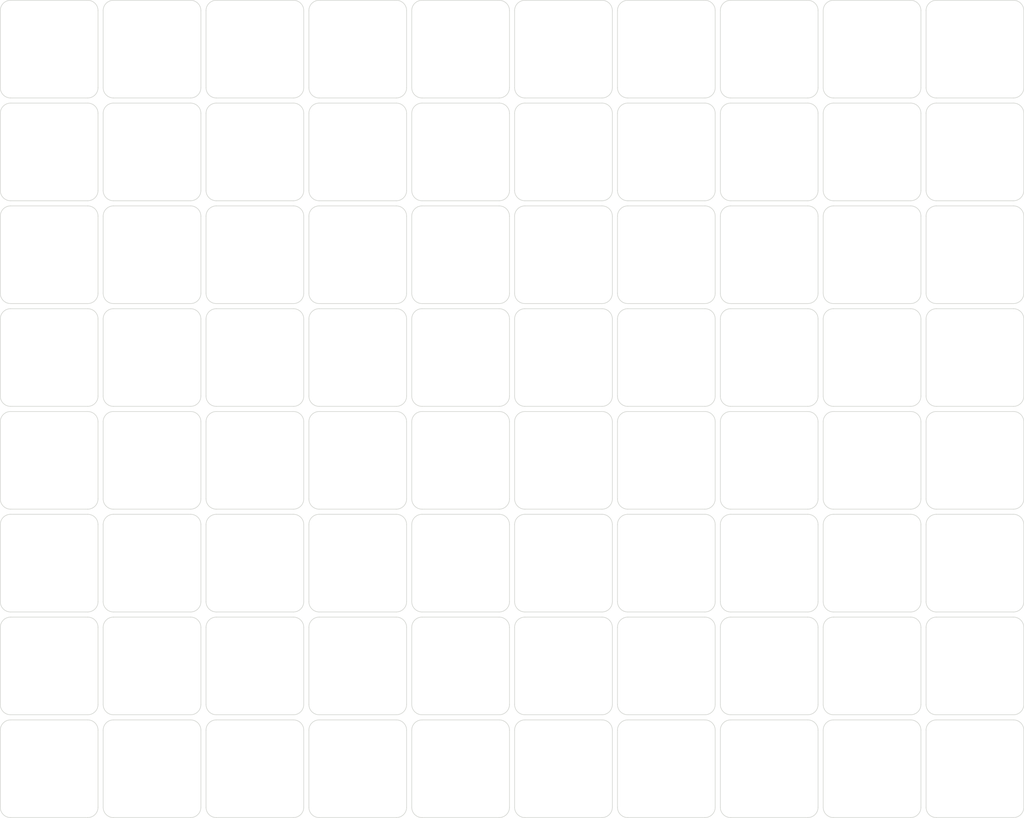
<source format=kicad_pcb>
(kicad_pcb (version 20171130) (host pcbnew "(5.0.2)-1")

  (general
    (thickness 1.6)
    (drawings 640)
    (tracks 0)
    (zones 0)
    (modules 0)
    (nets 1)
  )

  (page A4)
  (layers
    (0 F.Cu signal)
    (31 B.Cu signal)
    (32 B.Adhes user)
    (33 F.Adhes user)
    (34 B.Paste user)
    (35 F.Paste user)
    (36 B.SilkS user)
    (37 F.SilkS user)
    (38 B.Mask user)
    (39 F.Mask user)
    (40 Dwgs.User user)
    (41 Cmts.User user)
    (42 Eco1.User user)
    (43 Eco2.User user)
    (44 Edge.Cuts user)
    (45 Margin user)
    (46 B.CrtYd user)
    (47 F.CrtYd user)
    (48 B.Fab user)
    (49 F.Fab user)
  )

  (setup
    (last_trace_width 0.25)
    (trace_clearance 0.2)
    (zone_clearance 0.508)
    (zone_45_only no)
    (trace_min 0.2)
    (segment_width 0.2)
    (edge_width 0.15)
    (via_size 0.8)
    (via_drill 0.4)
    (via_min_size 0.4)
    (via_min_drill 0.3)
    (uvia_size 0.3)
    (uvia_drill 0.1)
    (uvias_allowed no)
    (uvia_min_size 0.2)
    (uvia_min_drill 0.1)
    (pcb_text_width 0.3)
    (pcb_text_size 1.5 1.5)
    (mod_edge_width 0.15)
    (mod_text_size 1 1)
    (mod_text_width 0.15)
    (pad_size 1.524 1.524)
    (pad_drill 0.762)
    (pad_to_mask_clearance 0.051)
    (solder_mask_min_width 0.25)
    (aux_axis_origin 0 0)
    (visible_elements FFFFFF7F)
    (pcbplotparams
      (layerselection 0x01000_7ffffffe)
      (usegerberextensions false)
      (usegerberattributes false)
      (usegerberadvancedattributes false)
      (creategerberjobfile false)
      (excludeedgelayer true)
      (linewidth 0.100000)
      (plotframeref false)
      (viasonmask false)
      (mode 1)
      (useauxorigin false)
      (hpglpennumber 1)
      (hpglpenspeed 20)
      (hpglpendiameter 15.000000)
      (psnegative false)
      (psa4output false)
      (plotreference true)
      (plotvalue true)
      (plotinvisibletext false)
      (padsonsilk false)
      (subtractmaskfromsilk false)
      (outputformat 5)
      (mirror false)
      (drillshape 0)
      (scaleselection 1)
      (outputdirectory ""))
  )

  (net 0 "")

  (net_class Default "This is the default net class."
    (clearance 0.2)
    (trace_width 0.25)
    (via_dia 0.8)
    (via_drill 0.4)
    (uvia_dia 0.3)
    (uvia_drill 0.1)
  )

  (gr_line (start 232.044143 152.866861) (end 232.044143 133.816861) (layer Edge.Cuts) (width 0.15) (tstamp 5C89A478))
  (gr_arc (start 228.234143 152.866861) (end 228.234143 155.406861) (angle -90) (layer Edge.Cuts) (width 0.15) (tstamp 5C89A477))
  (gr_arc (start 209.184143 25.866861) (end 206.644143 25.866861) (angle -90) (layer Edge.Cuts) (width 0.15) (tstamp 5C89A476))
  (gr_line (start 206.644143 51.266861) (end 206.644143 32.216861) (layer Edge.Cuts) (width 0.15) (tstamp 5C89A475))
  (gr_line (start 228.234143 104.606861) (end 209.184143 104.606861) (layer Edge.Cuts) (width 0.15) (tstamp 5C89A474))
  (gr_arc (start 209.184143 51.266861) (end 206.644143 51.266861) (angle -90) (layer Edge.Cuts) (width 0.15) (tstamp 5C89A473))
  (gr_line (start 253.634143 53.806861) (end 234.584143 53.806861) (layer Edge.Cuts) (width 0.15) (tstamp 5C89A472))
  (gr_line (start 228.234143 53.806861) (end 209.184143 53.806861) (layer Edge.Cuts) (width 0.15) (tstamp 5C89A471))
  (gr_arc (start 228.234143 25.866861) (end 228.234143 28.406861) (angle -90) (layer Edge.Cuts) (width 0.15) (tstamp 5C89A470))
  (gr_arc (start 228.234143 76.666861) (end 228.234143 79.206861) (angle -90) (layer Edge.Cuts) (width 0.15) (tstamp 5C89A46F))
  (gr_arc (start 234.584143 51.266861) (end 232.044143 51.266861) (angle -90) (layer Edge.Cuts) (width 0.15) (tstamp 5C89A46E))
  (gr_line (start 206.644143 25.866861) (end 206.644143 6.816861) (layer Edge.Cuts) (width 0.15) (tstamp 5C89A46D))
  (gr_line (start 228.234143 131.276861) (end 209.184143 131.276861) (layer Edge.Cuts) (width 0.15) (tstamp 5C89A46C))
  (gr_line (start 253.634143 29.676861) (end 234.584143 29.676861) (layer Edge.Cuts) (width 0.15) (tstamp 5C89A46B))
  (gr_line (start 206.644143 76.666861) (end 206.644143 57.616861) (layer Edge.Cuts) (width 0.15) (tstamp 5C89A46A))
  (gr_line (start 232.044143 178.266861) (end 232.044143 159.216861) (layer Edge.Cuts) (width 0.15) (tstamp 5C89A469))
  (gr_arc (start 209.184143 76.666861) (end 206.644143 76.666861) (angle -90) (layer Edge.Cuts) (width 0.15) (tstamp 5C89A468))
  (gr_arc (start 209.184143 152.866861) (end 206.644143 152.866861) (angle -90) (layer Edge.Cuts) (width 0.15) (tstamp 5C89A467))
  (gr_arc (start 253.634143 152.866861) (end 253.634143 155.406861) (angle -90) (layer Edge.Cuts) (width 0.15) (tstamp 5C89A466))
  (gr_arc (start 228.234143 159.216861) (end 230.774143 159.216861) (angle -90) (layer Edge.Cuts) (width 0.15) (tstamp 5C89A465))
  (gr_line (start 253.634143 182.076861) (end 234.584143 182.076861) (layer Edge.Cuts) (width 0.15) (tstamp 5C89A464))
  (gr_arc (start 228.234143 6.816861) (end 230.774143 6.816861) (angle -90) (layer Edge.Cuts) (width 0.15) (tstamp 5C89A463))
  (gr_arc (start 228.234143 83.016861) (end 230.774143 83.016861) (angle -90) (layer Edge.Cuts) (width 0.15) (tstamp 5C89A462))
  (gr_line (start 230.774143 83.016861) (end 230.774143 102.066861) (layer Edge.Cuts) (width 0.15) (tstamp 5C89A461))
  (gr_arc (start 228.234143 203.666861) (end 228.234143 206.206861) (angle -90) (layer Edge.Cuts) (width 0.15) (tstamp 5C89A460))
  (gr_arc (start 209.184143 57.616861) (end 209.184143 55.076861) (angle -90) (layer Edge.Cuts) (width 0.15) (tstamp 5C89A45F))
  (gr_line (start 253.634143 4.276861) (end 234.584143 4.276861) (layer Edge.Cuts) (width 0.15) (tstamp 5C89A45E))
  (gr_line (start 230.774143 6.816861) (end 230.774143 25.866861) (layer Edge.Cuts) (width 0.15) (tstamp 5C89A45D))
  (gr_arc (start 234.584143 32.216861) (end 234.584143 29.676861) (angle -90) (layer Edge.Cuts) (width 0.15) (tstamp 5C89A45C))
  (gr_line (start 256.174143 133.816861) (end 256.174143 152.866861) (layer Edge.Cuts) (width 0.15) (tstamp 5C89A45B))
  (gr_arc (start 234.584143 127.466861) (end 232.044143 127.466861) (angle -90) (layer Edge.Cuts) (width 0.15) (tstamp 5C89A45A))
  (gr_arc (start 209.184143 6.816861) (end 209.184143 4.276861) (angle -90) (layer Edge.Cuts) (width 0.15) (tstamp 5C89A459))
  (gr_arc (start 209.184143 203.666861) (end 206.644143 203.666861) (angle -90) (layer Edge.Cuts) (width 0.15) (tstamp 5C89A458))
  (gr_line (start 256.174143 108.416861) (end 256.174143 127.466861) (layer Edge.Cuts) (width 0.15) (tstamp 5C89A457))
  (gr_line (start 228.234143 155.406861) (end 209.184143 155.406861) (layer Edge.Cuts) (width 0.15) (tstamp 5C89A456))
  (gr_arc (start 234.584143 203.666861) (end 232.044143 203.666861) (angle -90) (layer Edge.Cuts) (width 0.15) (tstamp 5C89A455))
  (gr_arc (start 228.234143 184.616861) (end 230.774143 184.616861) (angle -90) (layer Edge.Cuts) (width 0.15) (tstamp 5C89A454))
  (gr_line (start 253.634143 156.676861) (end 234.584143 156.676861) (layer Edge.Cuts) (width 0.15) (tstamp 5C89A453))
  (gr_line (start 253.634143 104.606861) (end 234.584143 104.606861) (layer Edge.Cuts) (width 0.15) (tstamp 5C89A452))
  (gr_line (start 228.234143 206.206861) (end 209.184143 206.206861) (layer Edge.Cuts) (width 0.15) (tstamp 5C89A451))
  (gr_arc (start 228.234143 108.416861) (end 230.774143 108.416861) (angle -90) (layer Edge.Cuts) (width 0.15) (tstamp 5C89A450))
  (gr_line (start 253.634143 206.206861) (end 234.584143 206.206861) (layer Edge.Cuts) (width 0.15) (tstamp 5C89A44F))
  (gr_arc (start 234.584143 6.816861) (end 234.584143 4.276861) (angle -90) (layer Edge.Cuts) (width 0.15) (tstamp 5C89A44E))
  (gr_arc (start 253.634143 25.866861) (end 253.634143 28.406861) (angle -90) (layer Edge.Cuts) (width 0.15) (tstamp 5C89A44D))
  (gr_line (start 253.634143 180.806861) (end 234.584143 180.806861) (layer Edge.Cuts) (width 0.15) (tstamp 5C89A44C))
  (gr_arc (start 253.634143 57.616861) (end 256.174143 57.616861) (angle -90) (layer Edge.Cuts) (width 0.15) (tstamp 5C89A44B))
  (gr_arc (start 209.184143 108.416861) (end 209.184143 105.876861) (angle -90) (layer Edge.Cuts) (width 0.15) (tstamp 5C89A44A))
  (gr_line (start 228.234143 156.676861) (end 209.184143 156.676861) (layer Edge.Cuts) (width 0.15) (tstamp 5C89A449))
  (gr_line (start 228.234143 80.476861) (end 209.184143 80.476861) (layer Edge.Cuts) (width 0.15) (tstamp 5C89A448))
  (gr_arc (start 228.234143 178.266861) (end 228.234143 180.806861) (angle -90) (layer Edge.Cuts) (width 0.15) (tstamp 5C89A447))
  (gr_arc (start 253.634143 184.616861) (end 256.174143 184.616861) (angle -90) (layer Edge.Cuts) (width 0.15) (tstamp 5C89A446))
  (gr_arc (start 234.584143 133.816861) (end 234.584143 131.276861) (angle -90) (layer Edge.Cuts) (width 0.15) (tstamp 5C89A445))
  (gr_arc (start 234.584143 102.066861) (end 232.044143 102.066861) (angle -90) (layer Edge.Cuts) (width 0.15) (tstamp 5C89A444))
  (gr_line (start 256.174143 6.816861) (end 256.174143 25.866861) (layer Edge.Cuts) (width 0.15) (tstamp 5C89A443))
  (gr_line (start 230.774143 133.816861) (end 230.774143 152.866861) (layer Edge.Cuts) (width 0.15) (tstamp 5C89A442))
  (gr_arc (start 234.584143 159.216861) (end 234.584143 156.676861) (angle -90) (layer Edge.Cuts) (width 0.15) (tstamp 5C89A441))
  (gr_line (start 232.044143 102.066861) (end 232.044143 83.016861) (layer Edge.Cuts) (width 0.15) (tstamp 5C89A440))
  (gr_line (start 228.234143 28.406861) (end 209.184143 28.406861) (layer Edge.Cuts) (width 0.15) (tstamp 5C89A43F))
  (gr_line (start 232.044143 127.466861) (end 232.044143 108.416861) (layer Edge.Cuts) (width 0.15) (tstamp 5C89A43E))
  (gr_line (start 253.634143 55.076861) (end 234.584143 55.076861) (layer Edge.Cuts) (width 0.15) (tstamp 5C89A43D))
  (gr_line (start 206.644143 203.666861) (end 206.644143 184.616861) (layer Edge.Cuts) (width 0.15) (tstamp 5C89A43C))
  (gr_arc (start 234.584143 108.416861) (end 234.584143 105.876861) (angle -90) (layer Edge.Cuts) (width 0.15) (tstamp 5C89A43B))
  (gr_line (start 228.234143 180.806861) (end 209.184143 180.806861) (layer Edge.Cuts) (width 0.15) (tstamp 5C89A43A))
  (gr_arc (start 253.634143 102.066861) (end 253.634143 104.606861) (angle -90) (layer Edge.Cuts) (width 0.15) (tstamp 5C89A439))
  (gr_arc (start 253.634143 178.266861) (end 253.634143 180.806861) (angle -90) (layer Edge.Cuts) (width 0.15) (tstamp 5C89A438))
  (gr_line (start 228.234143 182.076861) (end 209.184143 182.076861) (layer Edge.Cuts) (width 0.15) (tstamp 5C89A437))
  (gr_arc (start 253.634143 127.466861) (end 253.634143 130.006861) (angle -90) (layer Edge.Cuts) (width 0.15) (tstamp 5C89A436))
  (gr_arc (start 253.634143 32.216861) (end 256.174143 32.216861) (angle -90) (layer Edge.Cuts) (width 0.15) (tstamp 5C89A435))
  (gr_line (start 253.634143 155.406861) (end 234.584143 155.406861) (layer Edge.Cuts) (width 0.15) (tstamp 5C89A434))
  (gr_arc (start 253.634143 76.666861) (end 253.634143 79.206861) (angle -90) (layer Edge.Cuts) (width 0.15) (tstamp 5C89A433))
  (gr_arc (start 253.634143 203.666861) (end 253.634143 206.206861) (angle -90) (layer Edge.Cuts) (width 0.15) (tstamp 5C89A432))
  (gr_arc (start 228.234143 127.466861) (end 228.234143 130.006861) (angle -90) (layer Edge.Cuts) (width 0.15) (tstamp 5C89A431))
  (gr_line (start 232.044143 203.666861) (end 232.044143 184.616861) (layer Edge.Cuts) (width 0.15) (tstamp 5C89A430))
  (gr_line (start 253.634143 80.476861) (end 234.584143 80.476861) (layer Edge.Cuts) (width 0.15) (tstamp 5C89A42F))
  (gr_arc (start 253.634143 51.266861) (end 253.634143 53.806861) (angle -90) (layer Edge.Cuts) (width 0.15) (tstamp 5C89A42E))
  (gr_line (start 228.234143 105.876861) (end 209.184143 105.876861) (layer Edge.Cuts) (width 0.15) (tstamp 5C89A42D))
  (gr_line (start 206.644143 102.066861) (end 206.644143 83.016861) (layer Edge.Cuts) (width 0.15) (tstamp 5C89A42C))
  (gr_line (start 206.644143 127.466861) (end 206.644143 108.416861) (layer Edge.Cuts) (width 0.15) (tstamp 5C89A42B))
  (gr_arc (start 253.634143 6.816861) (end 256.174143 6.816861) (angle -90) (layer Edge.Cuts) (width 0.15) (tstamp 5C89A42A))
  (gr_arc (start 209.184143 133.816861) (end 209.184143 131.276861) (angle -90) (layer Edge.Cuts) (width 0.15) (tstamp 5C89A429))
  (gr_arc (start 209.184143 127.466861) (end 206.644143 127.466861) (angle -90) (layer Edge.Cuts) (width 0.15) (tstamp 5C89A428))
  (gr_line (start 256.174143 32.216861) (end 256.174143 51.266861) (layer Edge.Cuts) (width 0.15) (tstamp 5C89A427))
  (gr_arc (start 253.634143 83.016861) (end 256.174143 83.016861) (angle -90) (layer Edge.Cuts) (width 0.15) (tstamp 5C89A426))
  (gr_arc (start 209.184143 159.216861) (end 209.184143 156.676861) (angle -90) (layer Edge.Cuts) (width 0.15) (tstamp 5C89A425))
  (gr_arc (start 253.634143 108.416861) (end 256.174143 108.416861) (angle -90) (layer Edge.Cuts) (width 0.15) (tstamp 5C89A424))
  (gr_line (start 230.774143 108.416861) (end 230.774143 127.466861) (layer Edge.Cuts) (width 0.15) (tstamp 5C89A423))
  (gr_arc (start 234.584143 25.866861) (end 232.044143 25.866861) (angle -90) (layer Edge.Cuts) (width 0.15) (tstamp 5C89A422))
  (gr_arc (start 234.584143 57.616861) (end 234.584143 55.076861) (angle -90) (layer Edge.Cuts) (width 0.15) (tstamp 5C89A421))
  (gr_line (start 232.044143 25.866861) (end 232.044143 6.816861) (layer Edge.Cuts) (width 0.15) (tstamp 5C89A420))
  (gr_line (start 253.634143 130.006861) (end 234.584143 130.006861) (layer Edge.Cuts) (width 0.15) (tstamp 5C89A41F))
  (gr_line (start 253.634143 105.876861) (end 234.584143 105.876861) (layer Edge.Cuts) (width 0.15) (tstamp 5C89A41E))
  (gr_line (start 253.634143 28.406861) (end 234.584143 28.406861) (layer Edge.Cuts) (width 0.15) (tstamp 5C89A41D))
  (gr_line (start 253.634143 79.206861) (end 234.584143 79.206861) (layer Edge.Cuts) (width 0.15) (tstamp 5C89A41C))
  (gr_line (start 256.174143 184.616861) (end 256.174143 203.666861) (layer Edge.Cuts) (width 0.15) (tstamp 5C89A41B))
  (gr_line (start 232.044143 76.666861) (end 232.044143 57.616861) (layer Edge.Cuts) (width 0.15) (tstamp 5C89A41A))
  (gr_line (start 256.174143 57.616861) (end 256.174143 76.666861) (layer Edge.Cuts) (width 0.15) (tstamp 5C89A419))
  (gr_line (start 232.044143 51.266861) (end 232.044143 32.216861) (layer Edge.Cuts) (width 0.15) (tstamp 5C89A418))
  (gr_arc (start 209.184143 102.066861) (end 206.644143 102.066861) (angle -90) (layer Edge.Cuts) (width 0.15) (tstamp 5C89A417))
  (gr_arc (start 234.584143 184.616861) (end 234.584143 182.076861) (angle -90) (layer Edge.Cuts) (width 0.15) (tstamp 5C89A416))
  (gr_line (start 228.234143 29.676861) (end 209.184143 29.676861) (layer Edge.Cuts) (width 0.15) (tstamp 5C89A415))
  (gr_arc (start 209.184143 32.216861) (end 209.184143 29.676861) (angle -90) (layer Edge.Cuts) (width 0.15) (tstamp 5C89A414))
  (gr_line (start 230.774143 32.216861) (end 230.774143 51.266861) (layer Edge.Cuts) (width 0.15) (tstamp 5C89A413))
  (gr_line (start 228.234143 130.006861) (end 209.184143 130.006861) (layer Edge.Cuts) (width 0.15) (tstamp 5C89A412))
  (gr_line (start 228.234143 55.076861) (end 209.184143 55.076861) (layer Edge.Cuts) (width 0.15) (tstamp 5C89A411))
  (gr_arc (start 228.234143 102.066861) (end 228.234143 104.606861) (angle -90) (layer Edge.Cuts) (width 0.15) (tstamp 5C89A410))
  (gr_line (start 256.174143 159.216861) (end 256.174143 178.266861) (layer Edge.Cuts) (width 0.15) (tstamp 5C89A40F))
  (gr_arc (start 234.584143 152.866861) (end 232.044143 152.866861) (angle -90) (layer Edge.Cuts) (width 0.15) (tstamp 5C89A40E))
  (gr_arc (start 253.634143 133.816861) (end 256.174143 133.816861) (angle -90) (layer Edge.Cuts) (width 0.15) (tstamp 5C89A40D))
  (gr_line (start 230.774143 57.616861) (end 230.774143 76.666861) (layer Edge.Cuts) (width 0.15) (tstamp 5C89A40C))
  (gr_line (start 206.644143 152.866861) (end 206.644143 133.816861) (layer Edge.Cuts) (width 0.15) (tstamp 5C89A40B))
  (gr_arc (start 209.184143 178.266861) (end 206.644143 178.266861) (angle -90) (layer Edge.Cuts) (width 0.15) (tstamp 5C89A40A))
  (gr_arc (start 253.634143 159.216861) (end 256.174143 159.216861) (angle -90) (layer Edge.Cuts) (width 0.15) (tstamp 5C89A409))
  (gr_arc (start 209.184143 83.016861) (end 209.184143 80.476861) (angle -90) (layer Edge.Cuts) (width 0.15) (tstamp 5C89A408))
  (gr_line (start 253.634143 131.276861) (end 234.584143 131.276861) (layer Edge.Cuts) (width 0.15) (tstamp 5C89A407))
  (gr_line (start 228.234143 79.206861) (end 209.184143 79.206861) (layer Edge.Cuts) (width 0.15) (tstamp 5C89A406))
  (gr_line (start 228.234143 4.276861) (end 209.184143 4.276861) (layer Edge.Cuts) (width 0.15) (tstamp 5C89A405))
  (gr_line (start 230.774143 184.616861) (end 230.774143 203.666861) (layer Edge.Cuts) (width 0.15) (tstamp 5C89A404))
  (gr_arc (start 228.234143 32.216861) (end 230.774143 32.216861) (angle -90) (layer Edge.Cuts) (width 0.15) (tstamp 5C89A403))
  (gr_arc (start 228.234143 51.266861) (end 228.234143 53.806861) (angle -90) (layer Edge.Cuts) (width 0.15) (tstamp 5C89A402))
  (gr_arc (start 234.584143 76.666861) (end 232.044143 76.666861) (angle -90) (layer Edge.Cuts) (width 0.15) (tstamp 5C89A401))
  (gr_arc (start 234.584143 178.266861) (end 232.044143 178.266861) (angle -90) (layer Edge.Cuts) (width 0.15) (tstamp 5C89A400))
  (gr_line (start 230.774143 159.216861) (end 230.774143 178.266861) (layer Edge.Cuts) (width 0.15) (tstamp 5C89A3FF))
  (gr_line (start 256.174143 83.016861) (end 256.174143 102.066861) (layer Edge.Cuts) (width 0.15) (tstamp 5C89A3FE))
  (gr_arc (start 228.234143 57.616861) (end 230.774143 57.616861) (angle -90) (layer Edge.Cuts) (width 0.15) (tstamp 5C89A3FD))
  (gr_line (start 206.644143 178.266861) (end 206.644143 159.216861) (layer Edge.Cuts) (width 0.15) (tstamp 5C89A3FC))
  (gr_arc (start 234.584143 83.016861) (end 234.584143 80.476861) (angle -90) (layer Edge.Cuts) (width 0.15) (tstamp 5C89A3FB))
  (gr_arc (start 209.184143 184.616861) (end 209.184143 182.076861) (angle -90) (layer Edge.Cuts) (width 0.15) (tstamp 5C89A3FA))
  (gr_arc (start 228.234143 133.816861) (end 230.774143 133.816861) (angle -90) (layer Edge.Cuts) (width 0.15) (tstamp 5C89A3F9))
  (gr_line (start 205.374143 184.616861) (end 205.374143 203.666861) (layer Edge.Cuts) (width 0.15) (tstamp 5C899EF8))
  (gr_line (start 181.244143 76.666861) (end 181.244143 57.616861) (layer Edge.Cuts) (width 0.15) (tstamp 5C899EF7))
  (gr_arc (start 183.784143 76.666861) (end 181.244143 76.666861) (angle -90) (layer Edge.Cuts) (width 0.15) (tstamp 5C899EF6))
  (gr_line (start 202.834143 131.276861) (end 183.784143 131.276861) (layer Edge.Cuts) (width 0.15) (tstamp 5C899EF5))
  (gr_arc (start 183.784143 152.866861) (end 181.244143 152.866861) (angle -90) (layer Edge.Cuts) (width 0.15) (tstamp 5C899EF4))
  (gr_line (start 205.374143 57.616861) (end 205.374143 76.666861) (layer Edge.Cuts) (width 0.15) (tstamp 5C899EF3))
  (gr_arc (start 183.784143 184.616861) (end 183.784143 182.076861) (angle -90) (layer Edge.Cuts) (width 0.15) (tstamp 5C899EF2))
  (gr_arc (start 183.784143 178.266861) (end 181.244143 178.266861) (angle -90) (layer Edge.Cuts) (width 0.15) (tstamp 5C899EF1))
  (gr_arc (start 202.834143 133.816861) (end 205.374143 133.816861) (angle -90) (layer Edge.Cuts) (width 0.15) (tstamp 5C899EF0))
  (gr_line (start 177.434143 55.076861) (end 158.384143 55.076861) (layer Edge.Cuts) (width 0.15) (tstamp 5C899EEF))
  (gr_line (start 177.434143 79.206861) (end 158.384143 79.206861) (layer Edge.Cuts) (width 0.15) (tstamp 5C899EEE))
  (gr_line (start 179.974143 32.216861) (end 179.974143 51.266861) (layer Edge.Cuts) (width 0.15) (tstamp 5C899EED))
  (gr_line (start 177.434143 4.276861) (end 158.384143 4.276861) (layer Edge.Cuts) (width 0.15) (tstamp 5C899EEC))
  (gr_line (start 179.974143 184.616861) (end 179.974143 203.666861) (layer Edge.Cuts) (width 0.15) (tstamp 5C899EEB))
  (gr_line (start 205.374143 159.216861) (end 205.374143 178.266861) (layer Edge.Cuts) (width 0.15) (tstamp 5C899EEA))
  (gr_arc (start 177.434143 57.616861) (end 179.974143 57.616861) (angle -90) (layer Edge.Cuts) (width 0.15) (tstamp 5C899EE9))
  (gr_line (start 181.244143 51.266861) (end 181.244143 32.216861) (layer Edge.Cuts) (width 0.15) (tstamp 5C899EE8))
  (gr_line (start 179.974143 159.216861) (end 179.974143 178.266861) (layer Edge.Cuts) (width 0.15) (tstamp 5C899EE7))
  (gr_arc (start 158.384143 184.616861) (end 158.384143 182.076861) (angle -90) (layer Edge.Cuts) (width 0.15) (tstamp 5C899EE6))
  (gr_arc (start 158.384143 178.266861) (end 155.844143 178.266861) (angle -90) (layer Edge.Cuts) (width 0.15) (tstamp 5C899EE5))
  (gr_line (start 155.844143 178.266861) (end 155.844143 159.216861) (layer Edge.Cuts) (width 0.15) (tstamp 5C899EE4))
  (gr_line (start 155.844143 152.866861) (end 155.844143 133.816861) (layer Edge.Cuts) (width 0.15) (tstamp 5C899EE3))
  (gr_line (start 177.434143 29.676861) (end 158.384143 29.676861) (layer Edge.Cuts) (width 0.15) (tstamp 5C899EE2))
  (gr_arc (start 177.434143 32.216861) (end 179.974143 32.216861) (angle -90) (layer Edge.Cuts) (width 0.15) (tstamp 5C899EE1))
  (gr_arc (start 158.384143 32.216861) (end 158.384143 29.676861) (angle -90) (layer Edge.Cuts) (width 0.15) (tstamp 5C899EE0))
  (gr_arc (start 158.384143 102.066861) (end 155.844143 102.066861) (angle -90) (layer Edge.Cuts) (width 0.15) (tstamp 5C899EDF))
  (gr_line (start 179.974143 57.616861) (end 179.974143 76.666861) (layer Edge.Cuts) (width 0.15) (tstamp 5C899EDE))
  (gr_arc (start 177.434143 51.266861) (end 177.434143 53.806861) (angle -90) (layer Edge.Cuts) (width 0.15) (tstamp 5C899EDD))
  (gr_arc (start 158.384143 83.016861) (end 158.384143 80.476861) (angle -90) (layer Edge.Cuts) (width 0.15) (tstamp 5C899EDC))
  (gr_line (start 177.434143 130.006861) (end 158.384143 130.006861) (layer Edge.Cuts) (width 0.15) (tstamp 5C899EDB))
  (gr_arc (start 183.784143 83.016861) (end 183.784143 80.476861) (angle -90) (layer Edge.Cuts) (width 0.15) (tstamp 5C899EDA))
  (gr_arc (start 177.434143 102.066861) (end 177.434143 104.606861) (angle -90) (layer Edge.Cuts) (width 0.15) (tstamp 5C899ED9))
  (gr_line (start 205.374143 83.016861) (end 205.374143 102.066861) (layer Edge.Cuts) (width 0.15) (tstamp 5C899ED8))
  (gr_arc (start 202.834143 159.216861) (end 205.374143 159.216861) (angle -90) (layer Edge.Cuts) (width 0.15) (tstamp 5C899ED7))
  (gr_arc (start 177.434143 133.816861) (end 179.974143 133.816861) (angle -90) (layer Edge.Cuts) (width 0.15) (tstamp 5C899ED6))
  (gr_arc (start 177.434143 159.216861) (end 179.974143 159.216861) (angle -90) (layer Edge.Cuts) (width 0.15) (tstamp 5C899ED5))
  (gr_arc (start 158.384143 57.616861) (end 158.384143 55.076861) (angle -90) (layer Edge.Cuts) (width 0.15) (tstamp 5C899ED4))
  (gr_arc (start 177.434143 152.866861) (end 177.434143 155.406861) (angle -90) (layer Edge.Cuts) (width 0.15) (tstamp 5C899ED3))
  (gr_arc (start 177.434143 203.666861) (end 177.434143 206.206861) (angle -90) (layer Edge.Cuts) (width 0.15) (tstamp 5C899ED2))
  (gr_line (start 155.844143 51.266861) (end 155.844143 32.216861) (layer Edge.Cuts) (width 0.15) (tstamp 5C899ED1))
  (gr_line (start 179.974143 83.016861) (end 179.974143 102.066861) (layer Edge.Cuts) (width 0.15) (tstamp 5C899ED0))
  (gr_line (start 177.434143 104.606861) (end 158.384143 104.606861) (layer Edge.Cuts) (width 0.15) (tstamp 5C899ECF))
  (gr_arc (start 158.384143 51.266861) (end 155.844143 51.266861) (angle -90) (layer Edge.Cuts) (width 0.15) (tstamp 5C899ECE))
  (gr_line (start 177.434143 53.806861) (end 158.384143 53.806861) (layer Edge.Cuts) (width 0.15) (tstamp 5C899ECD))
  (gr_line (start 155.844143 76.666861) (end 155.844143 57.616861) (layer Edge.Cuts) (width 0.15) (tstamp 5C899ECC))
  (gr_arc (start 177.434143 76.666861) (end 177.434143 79.206861) (angle -90) (layer Edge.Cuts) (width 0.15) (tstamp 5C899ECB))
  (gr_line (start 181.244143 178.266861) (end 181.244143 159.216861) (layer Edge.Cuts) (width 0.15) (tstamp 5C899ECA))
  (gr_line (start 181.244143 152.866861) (end 181.244143 133.816861) (layer Edge.Cuts) (width 0.15) (tstamp 5C899EC9))
  (gr_arc (start 177.434143 83.016861) (end 179.974143 83.016861) (angle -90) (layer Edge.Cuts) (width 0.15) (tstamp 5C899EC8))
  (gr_arc (start 158.384143 76.666861) (end 155.844143 76.666861) (angle -90) (layer Edge.Cuts) (width 0.15) (tstamp 5C899EC7))
  (gr_line (start 202.834143 29.676861) (end 183.784143 29.676861) (layer Edge.Cuts) (width 0.15) (tstamp 5C899EC6))
  (gr_arc (start 202.834143 152.866861) (end 202.834143 155.406861) (angle -90) (layer Edge.Cuts) (width 0.15) (tstamp 5C899EC5))
  (gr_arc (start 183.784143 51.266861) (end 181.244143 51.266861) (angle -90) (layer Edge.Cuts) (width 0.15) (tstamp 5C899EC4))
  (gr_arc (start 158.384143 152.866861) (end 155.844143 152.866861) (angle -90) (layer Edge.Cuts) (width 0.15) (tstamp 5C899EC3))
  (gr_line (start 177.434143 131.276861) (end 158.384143 131.276861) (layer Edge.Cuts) (width 0.15) (tstamp 5C899EC2))
  (gr_line (start 202.834143 53.806861) (end 183.784143 53.806861) (layer Edge.Cuts) (width 0.15) (tstamp 5C899EC1))
  (gr_arc (start 177.434143 6.816861) (end 179.974143 6.816861) (angle -90) (layer Edge.Cuts) (width 0.15) (tstamp 5C899EC0))
  (gr_line (start 202.834143 182.076861) (end 183.784143 182.076861) (layer Edge.Cuts) (width 0.15) (tstamp 5C899EBF))
  (gr_line (start 152.034143 131.276861) (end 132.984143 131.276861) (layer Edge.Cuts) (width 0.15) (tstamp 5C899EBE))
  (gr_arc (start 158.384143 25.866861) (end 155.844143 25.866861) (angle -90) (layer Edge.Cuts) (width 0.15) (tstamp 5C899EBD))
  (gr_arc (start 177.434143 25.866861) (end 177.434143 28.406861) (angle -90) (layer Edge.Cuts) (width 0.15) (tstamp 5C899EBC))
  (gr_arc (start 132.984143 184.616861) (end 132.984143 182.076861) (angle -90) (layer Edge.Cuts) (width 0.15) (tstamp 5C899EBB))
  (gr_line (start 155.844143 25.866861) (end 155.844143 6.816861) (layer Edge.Cuts) (width 0.15) (tstamp 5C899EBA))
  (gr_arc (start 202.834143 184.616861) (end 205.374143 184.616861) (angle -90) (layer Edge.Cuts) (width 0.15) (tstamp 5C899EB9))
  (gr_arc (start 183.784143 102.066861) (end 181.244143 102.066861) (angle -90) (layer Edge.Cuts) (width 0.15) (tstamp 5C899EB8))
  (gr_arc (start 132.984143 152.866861) (end 130.444143 152.866861) (angle -90) (layer Edge.Cuts) (width 0.15) (tstamp 5C899EB7))
  (gr_line (start 205.374143 6.816861) (end 205.374143 25.866861) (layer Edge.Cuts) (width 0.15) (tstamp 5C899EB6))
  (gr_line (start 154.574143 57.616861) (end 154.574143 76.666861) (layer Edge.Cuts) (width 0.15) (tstamp 5C899EB5))
  (gr_line (start 177.434143 28.406861) (end 158.384143 28.406861) (layer Edge.Cuts) (width 0.15) (tstamp 5C899EB4))
  (gr_arc (start 152.034143 133.816861) (end 154.574143 133.816861) (angle -90) (layer Edge.Cuts) (width 0.15) (tstamp 5C899EB3))
  (gr_line (start 154.574143 184.616861) (end 154.574143 203.666861) (layer Edge.Cuts) (width 0.15) (tstamp 5C899EB2))
  (gr_arc (start 132.984143 76.666861) (end 130.444143 76.666861) (angle -90) (layer Edge.Cuts) (width 0.15) (tstamp 5C899EB1))
  (gr_line (start 130.444143 76.666861) (end 130.444143 57.616861) (layer Edge.Cuts) (width 0.15) (tstamp 5C899EB0))
  (gr_line (start 202.834143 156.676861) (end 183.784143 156.676861) (layer Edge.Cuts) (width 0.15) (tstamp 5C899EAF))
  (gr_arc (start 132.984143 178.266861) (end 130.444143 178.266861) (angle -90) (layer Edge.Cuts) (width 0.15) (tstamp 5C899EAE))
  (gr_arc (start 132.984143 83.016861) (end 132.984143 80.476861) (angle -90) (layer Edge.Cuts) (width 0.15) (tstamp 5C899EAD))
  (gr_line (start 154.574143 83.016861) (end 154.574143 102.066861) (layer Edge.Cuts) (width 0.15) (tstamp 5C899EAC))
  (gr_arc (start 183.784143 108.416861) (end 183.784143 105.876861) (angle -90) (layer Edge.Cuts) (width 0.15) (tstamp 5C899EAB))
  (gr_line (start 202.834143 4.276861) (end 183.784143 4.276861) (layer Edge.Cuts) (width 0.15) (tstamp 5C899EAA))
  (gr_arc (start 183.784143 6.816861) (end 183.784143 4.276861) (angle -90) (layer Edge.Cuts) (width 0.15) (tstamp 5C899EA9))
  (gr_line (start 130.444143 178.266861) (end 130.444143 159.216861) (layer Edge.Cuts) (width 0.15) (tstamp 5C899EA8))
  (gr_arc (start 183.784143 159.216861) (end 183.784143 156.676861) (angle -90) (layer Edge.Cuts) (width 0.15) (tstamp 5C899EA7))
  (gr_line (start 179.974143 6.816861) (end 179.974143 25.866861) (layer Edge.Cuts) (width 0.15) (tstamp 5C899EA6))
  (gr_arc (start 202.834143 57.616861) (end 205.374143 57.616861) (angle -90) (layer Edge.Cuts) (width 0.15) (tstamp 5C899EA5))
  (gr_arc (start 183.784143 133.816861) (end 183.784143 131.276861) (angle -90) (layer Edge.Cuts) (width 0.15) (tstamp 5C899EA4))
  (gr_arc (start 202.834143 25.866861) (end 202.834143 28.406861) (angle -90) (layer Edge.Cuts) (width 0.15) (tstamp 5C899EA3))
  (gr_line (start 130.444143 152.866861) (end 130.444143 133.816861) (layer Edge.Cuts) (width 0.15) (tstamp 5C899EA2))
  (gr_arc (start 152.034143 152.866861) (end 152.034143 155.406861) (angle -90) (layer Edge.Cuts) (width 0.15) (tstamp 5C899EA1))
  (gr_line (start 130.444143 51.266861) (end 130.444143 32.216861) (layer Edge.Cuts) (width 0.15) (tstamp 5C899EA0))
  (gr_arc (start 132.984143 51.266861) (end 130.444143 51.266861) (angle -90) (layer Edge.Cuts) (width 0.15) (tstamp 5C899E9F))
  (gr_line (start 202.834143 206.206861) (end 183.784143 206.206861) (layer Edge.Cuts) (width 0.15) (tstamp 5C899E9E))
  (gr_line (start 181.244143 127.466861) (end 181.244143 108.416861) (layer Edge.Cuts) (width 0.15) (tstamp 5C899E9D))
  (gr_arc (start 152.034143 159.216861) (end 154.574143 159.216861) (angle -90) (layer Edge.Cuts) (width 0.15) (tstamp 5C899E9C))
  (gr_line (start 202.834143 104.606861) (end 183.784143 104.606861) (layer Edge.Cuts) (width 0.15) (tstamp 5C899E9B))
  (gr_line (start 205.374143 108.416861) (end 205.374143 127.466861) (layer Edge.Cuts) (width 0.15) (tstamp 5C899E9A))
  (gr_line (start 202.834143 180.806861) (end 183.784143 180.806861) (layer Edge.Cuts) (width 0.15) (tstamp 5C899E99))
  (gr_line (start 202.834143 55.076861) (end 183.784143 55.076861) (layer Edge.Cuts) (width 0.15) (tstamp 5C899E98))
  (gr_arc (start 183.784143 32.216861) (end 183.784143 29.676861) (angle -90) (layer Edge.Cuts) (width 0.15) (tstamp 5C899E97))
  (gr_line (start 154.574143 159.216861) (end 154.574143 178.266861) (layer Edge.Cuts) (width 0.15) (tstamp 5C899E96))
  (gr_arc (start 158.384143 6.816861) (end 158.384143 4.276861) (angle -90) (layer Edge.Cuts) (width 0.15) (tstamp 5C899E95))
  (gr_line (start 152.034143 29.676861) (end 132.984143 29.676861) (layer Edge.Cuts) (width 0.15) (tstamp 5C899E94))
  (gr_line (start 129.174143 159.216861) (end 129.174143 178.266861) (layer Edge.Cuts) (width 0.15) (tstamp 5C899E93))
  (gr_line (start 129.174143 184.616861) (end 129.174143 203.666861) (layer Edge.Cuts) (width 0.15) (tstamp 5C899E92))
  (gr_arc (start 107.584143 184.616861) (end 107.584143 182.076861) (angle -90) (layer Edge.Cuts) (width 0.15) (tstamp 5C899E91))
  (gr_arc (start 107.584143 178.266861) (end 105.044143 178.266861) (angle -90) (layer Edge.Cuts) (width 0.15) (tstamp 5C899E90))
  (gr_arc (start 126.634143 133.816861) (end 129.174143 133.816861) (angle -90) (layer Edge.Cuts) (width 0.15) (tstamp 5C899E8F))
  (gr_arc (start 126.634143 159.216861) (end 129.174143 159.216861) (angle -90) (layer Edge.Cuts) (width 0.15) (tstamp 5C899E8E))
  (gr_line (start 105.044143 178.266861) (end 105.044143 159.216861) (layer Edge.Cuts) (width 0.15) (tstamp 5C899E8D))
  (gr_arc (start 107.584143 152.866861) (end 105.044143 152.866861) (angle -90) (layer Edge.Cuts) (width 0.15) (tstamp 5C899E8C))
  (gr_line (start 126.634143 131.276861) (end 107.584143 131.276861) (layer Edge.Cuts) (width 0.15) (tstamp 5C899E8B))
  (gr_line (start 105.044143 152.866861) (end 105.044143 133.816861) (layer Edge.Cuts) (width 0.15) (tstamp 5C899E8A))
  (gr_arc (start 126.634143 152.866861) (end 126.634143 155.406861) (angle -90) (layer Edge.Cuts) (width 0.15) (tstamp 5C899E89))
  (gr_arc (start 183.784143 127.466861) (end 181.244143 127.466861) (angle -90) (layer Edge.Cuts) (width 0.15) (tstamp 5C899E88))
  (gr_line (start 181.244143 102.066861) (end 181.244143 83.016861) (layer Edge.Cuts) (width 0.15) (tstamp 5C899E87))
  (gr_arc (start 158.384143 203.666861) (end 155.844143 203.666861) (angle -90) (layer Edge.Cuts) (width 0.15) (tstamp 5C899E86))
  (gr_arc (start 183.784143 203.666861) (end 181.244143 203.666861) (angle -90) (layer Edge.Cuts) (width 0.15) (tstamp 5C899E85))
  (gr_arc (start 177.434143 184.616861) (end 179.974143 184.616861) (angle -90) (layer Edge.Cuts) (width 0.15) (tstamp 5C899E84))
  (gr_line (start 177.434143 80.476861) (end 158.384143 80.476861) (layer Edge.Cuts) (width 0.15) (tstamp 5C899E83))
  (gr_line (start 155.844143 203.666861) (end 155.844143 184.616861) (layer Edge.Cuts) (width 0.15) (tstamp 5C899E82))
  (gr_arc (start 158.384143 108.416861) (end 158.384143 105.876861) (angle -90) (layer Edge.Cuts) (width 0.15) (tstamp 5C899E81))
  (gr_line (start 177.434143 156.676861) (end 158.384143 156.676861) (layer Edge.Cuts) (width 0.15) (tstamp 5C899E80))
  (gr_arc (start 177.434143 178.266861) (end 177.434143 180.806861) (angle -90) (layer Edge.Cuts) (width 0.15) (tstamp 5C899E7F))
  (gr_line (start 179.974143 133.816861) (end 179.974143 152.866861) (layer Edge.Cuts) (width 0.15) (tstamp 5C899E7E))
  (gr_line (start 177.434143 206.206861) (end 158.384143 206.206861) (layer Edge.Cuts) (width 0.15) (tstamp 5C899E7D))
  (gr_arc (start 177.434143 108.416861) (end 179.974143 108.416861) (angle -90) (layer Edge.Cuts) (width 0.15) (tstamp 5C899E7C))
  (gr_line (start 177.434143 155.406861) (end 158.384143 155.406861) (layer Edge.Cuts) (width 0.15) (tstamp 5C899E7B))
  (gr_line (start 205.374143 133.816861) (end 205.374143 152.866861) (layer Edge.Cuts) (width 0.15) (tstamp 5C899E7A))
  (gr_arc (start 202.834143 102.066861) (end 202.834143 104.606861) (angle -90) (layer Edge.Cuts) (width 0.15) (tstamp 5C899E79))
  (gr_arc (start 202.834143 178.266861) (end 202.834143 180.806861) (angle -90) (layer Edge.Cuts) (width 0.15) (tstamp 5C899E78))
  (gr_line (start 177.434143 105.876861) (end 158.384143 105.876861) (layer Edge.Cuts) (width 0.15) (tstamp 5C899E77))
  (gr_line (start 179.974143 108.416861) (end 179.974143 127.466861) (layer Edge.Cuts) (width 0.15) (tstamp 5C899E76))
  (gr_arc (start 158.384143 127.466861) (end 155.844143 127.466861) (angle -90) (layer Edge.Cuts) (width 0.15) (tstamp 5C899E75))
  (gr_line (start 155.844143 102.066861) (end 155.844143 83.016861) (layer Edge.Cuts) (width 0.15) (tstamp 5C899E74))
  (gr_arc (start 177.434143 127.466861) (end 177.434143 130.006861) (angle -90) (layer Edge.Cuts) (width 0.15) (tstamp 5C899E73))
  (gr_line (start 177.434143 182.076861) (end 158.384143 182.076861) (layer Edge.Cuts) (width 0.15) (tstamp 5C899E72))
  (gr_arc (start 202.834143 127.466861) (end 202.834143 130.006861) (angle -90) (layer Edge.Cuts) (width 0.15) (tstamp 5C899E71))
  (gr_arc (start 183.784143 25.866861) (end 181.244143 25.866861) (angle -90) (layer Edge.Cuts) (width 0.15) (tstamp 5C899E70))
  (gr_arc (start 158.384143 133.816861) (end 158.384143 131.276861) (angle -90) (layer Edge.Cuts) (width 0.15) (tstamp 5C899E6F))
  (gr_line (start 205.374143 32.216861) (end 205.374143 51.266861) (layer Edge.Cuts) (width 0.15) (tstamp 5C899E6E))
  (gr_arc (start 158.384143 159.216861) (end 158.384143 156.676861) (angle -90) (layer Edge.Cuts) (width 0.15) (tstamp 5C899E6D))
  (gr_arc (start 202.834143 32.216861) (end 205.374143 32.216861) (angle -90) (layer Edge.Cuts) (width 0.15) (tstamp 5C899E6C))
  (gr_line (start 177.434143 180.806861) (end 158.384143 180.806861) (layer Edge.Cuts) (width 0.15) (tstamp 5C899E6B))
  (gr_line (start 155.844143 127.466861) (end 155.844143 108.416861) (layer Edge.Cuts) (width 0.15) (tstamp 5C899E6A))
  (gr_arc (start 202.834143 108.416861) (end 205.374143 108.416861) (angle -90) (layer Edge.Cuts) (width 0.15) (tstamp 5C899E69))
  (gr_line (start 181.244143 25.866861) (end 181.244143 6.816861) (layer Edge.Cuts) (width 0.15) (tstamp 5C899E68))
  (gr_line (start 202.834143 28.406861) (end 183.784143 28.406861) (layer Edge.Cuts) (width 0.15) (tstamp 5C899E67))
  (gr_line (start 202.834143 79.206861) (end 183.784143 79.206861) (layer Edge.Cuts) (width 0.15) (tstamp 5C899E66))
  (gr_line (start 202.834143 130.006861) (end 183.784143 130.006861) (layer Edge.Cuts) (width 0.15) (tstamp 5C899E65))
  (gr_line (start 202.834143 80.476861) (end 183.784143 80.476861) (layer Edge.Cuts) (width 0.15) (tstamp 5C899E64))
  (gr_line (start 202.834143 105.876861) (end 183.784143 105.876861) (layer Edge.Cuts) (width 0.15) (tstamp 5C899E63))
  (gr_line (start 181.244143 203.666861) (end 181.244143 184.616861) (layer Edge.Cuts) (width 0.15) (tstamp 5C899E62))
  (gr_line (start 202.834143 155.406861) (end 183.784143 155.406861) (layer Edge.Cuts) (width 0.15) (tstamp 5C899E61))
  (gr_arc (start 202.834143 51.266861) (end 202.834143 53.806861) (angle -90) (layer Edge.Cuts) (width 0.15) (tstamp 5C899E60))
  (gr_arc (start 202.834143 83.016861) (end 205.374143 83.016861) (angle -90) (layer Edge.Cuts) (width 0.15) (tstamp 5C899E5F))
  (gr_arc (start 202.834143 6.816861) (end 205.374143 6.816861) (angle -90) (layer Edge.Cuts) (width 0.15) (tstamp 5C899E5E))
  (gr_arc (start 202.834143 203.666861) (end 202.834143 206.206861) (angle -90) (layer Edge.Cuts) (width 0.15) (tstamp 5C899E5D))
  (gr_arc (start 183.784143 57.616861) (end 183.784143 55.076861) (angle -90) (layer Edge.Cuts) (width 0.15) (tstamp 5C899E5C))
  (gr_arc (start 202.834143 76.666861) (end 202.834143 79.206861) (angle -90) (layer Edge.Cuts) (width 0.15) (tstamp 5C899E5B))
  (gr_line (start 129.174143 83.016861) (end 129.174143 102.066861) (layer Edge.Cuts) (width 0.15) (tstamp 5C899E5A))
  (gr_line (start 126.634143 29.676861) (end 107.584143 29.676861) (layer Edge.Cuts) (width 0.15) (tstamp 5C899E59))
  (gr_arc (start 107.584143 83.016861) (end 107.584143 80.476861) (angle -90) (layer Edge.Cuts) (width 0.15) (tstamp 5C899E58))
  (gr_line (start 105.044143 76.666861) (end 105.044143 57.616861) (layer Edge.Cuts) (width 0.15) (tstamp 5C899E57))
  (gr_line (start 129.174143 57.616861) (end 129.174143 76.666861) (layer Edge.Cuts) (width 0.15) (tstamp 5C899E56))
  (gr_arc (start 107.584143 76.666861) (end 105.044143 76.666861) (angle -90) (layer Edge.Cuts) (width 0.15) (tstamp 5C899E55))
  (gr_line (start 105.044143 51.266861) (end 105.044143 32.216861) (layer Edge.Cuts) (width 0.15) (tstamp 5C899E54))
  (gr_arc (start 107.584143 51.266861) (end 105.044143 51.266861) (angle -90) (layer Edge.Cuts) (width 0.15) (tstamp 5C899E53))
  (gr_arc (start 126.634143 51.266861) (end 126.634143 53.806861) (angle -90) (layer Edge.Cuts) (width 0.15) (tstamp 5C899E52))
  (gr_arc (start 126.634143 57.616861) (end 129.174143 57.616861) (angle -90) (layer Edge.Cuts) (width 0.15) (tstamp 5C899E51))
  (gr_arc (start 126.634143 32.216861) (end 129.174143 32.216861) (angle -90) (layer Edge.Cuts) (width 0.15) (tstamp 5C899E50))
  (gr_line (start 126.634143 55.076861) (end 107.584143 55.076861) (layer Edge.Cuts) (width 0.15) (tstamp 5C899E4F))
  (gr_arc (start 107.584143 102.066861) (end 105.044143 102.066861) (angle -90) (layer Edge.Cuts) (width 0.15) (tstamp 5C899E4E))
  (gr_line (start 126.634143 53.806861) (end 107.584143 53.806861) (layer Edge.Cuts) (width 0.15) (tstamp 5C899E4D))
  (gr_arc (start 107.584143 32.216861) (end 107.584143 29.676861) (angle -90) (layer Edge.Cuts) (width 0.15) (tstamp 5C899E4C))
  (gr_arc (start 126.634143 102.066861) (end 126.634143 104.606861) (angle -90) (layer Edge.Cuts) (width 0.15) (tstamp 5C899E4B))
  (gr_line (start 126.634143 79.206861) (end 107.584143 79.206861) (layer Edge.Cuts) (width 0.15) (tstamp 5C899E4A))
  (gr_arc (start 126.634143 76.666861) (end 126.634143 79.206861) (angle -90) (layer Edge.Cuts) (width 0.15) (tstamp 5C899E49))
  (gr_line (start 129.174143 32.216861) (end 129.174143 51.266861) (layer Edge.Cuts) (width 0.15) (tstamp 5C899E48))
  (gr_arc (start 126.634143 83.016861) (end 129.174143 83.016861) (angle -90) (layer Edge.Cuts) (width 0.15) (tstamp 5C899E47))
  (gr_arc (start 107.584143 57.616861) (end 107.584143 55.076861) (angle -90) (layer Edge.Cuts) (width 0.15) (tstamp 5C899E46))
  (gr_line (start 126.634143 4.276861) (end 107.584143 4.276861) (layer Edge.Cuts) (width 0.15) (tstamp 5C899E45))
  (gr_line (start 126.634143 104.606861) (end 107.584143 104.606861) (layer Edge.Cuts) (width 0.15) (tstamp 5C899E44))
  (gr_arc (start 126.634143 203.666861) (end 126.634143 206.206861) (angle -90) (layer Edge.Cuts) (width 0.15) (tstamp 5C899E43))
  (gr_line (start 126.634143 130.006861) (end 107.584143 130.006861) (layer Edge.Cuts) (width 0.15) (tstamp 5C899E42))
  (gr_arc (start 126.634143 178.266861) (end 126.634143 180.806861) (angle -90) (layer Edge.Cuts) (width 0.15) (tstamp 5C899E41))
  (gr_line (start 129.174143 133.816861) (end 129.174143 152.866861) (layer Edge.Cuts) (width 0.15) (tstamp 5C899E40))
  (gr_arc (start 126.634143 184.616861) (end 129.174143 184.616861) (angle -90) (layer Edge.Cuts) (width 0.15) (tstamp 5C899E3F))
  (gr_line (start 126.634143 105.876861) (end 107.584143 105.876861) (layer Edge.Cuts) (width 0.15) (tstamp 5C899E3E))
  (gr_line (start 129.174143 108.416861) (end 129.174143 127.466861) (layer Edge.Cuts) (width 0.15) (tstamp 5C899E3D))
  (gr_arc (start 107.584143 127.466861) (end 105.044143 127.466861) (angle -90) (layer Edge.Cuts) (width 0.15) (tstamp 5C899E3C))
  (gr_line (start 105.044143 102.066861) (end 105.044143 83.016861) (layer Edge.Cuts) (width 0.15) (tstamp 5C899E3B))
  (gr_line (start 126.634143 206.206861) (end 107.584143 206.206861) (layer Edge.Cuts) (width 0.15) (tstamp 5C899E3A))
  (gr_line (start 126.634143 80.476861) (end 107.584143 80.476861) (layer Edge.Cuts) (width 0.15) (tstamp 5C899E39))
  (gr_line (start 105.044143 203.666861) (end 105.044143 184.616861) (layer Edge.Cuts) (width 0.15) (tstamp 5C899E38))
  (gr_arc (start 126.634143 127.466861) (end 126.634143 130.006861) (angle -90) (layer Edge.Cuts) (width 0.15) (tstamp 5C899E37))
  (gr_line (start 126.634143 182.076861) (end 107.584143 182.076861) (layer Edge.Cuts) (width 0.15) (tstamp 5C899E36))
  (gr_arc (start 107.584143 108.416861) (end 107.584143 105.876861) (angle -90) (layer Edge.Cuts) (width 0.15) (tstamp 5C899E35))
  (gr_arc (start 126.634143 108.416861) (end 129.174143 108.416861) (angle -90) (layer Edge.Cuts) (width 0.15) (tstamp 5C899E34))
  (gr_arc (start 107.584143 159.216861) (end 107.584143 156.676861) (angle -90) (layer Edge.Cuts) (width 0.15) (tstamp 5C899E33))
  (gr_line (start 126.634143 156.676861) (end 107.584143 156.676861) (layer Edge.Cuts) (width 0.15) (tstamp 5C899E32))
  (gr_arc (start 107.584143 203.666861) (end 105.044143 203.666861) (angle -90) (layer Edge.Cuts) (width 0.15) (tstamp 5C899E31))
  (gr_line (start 126.634143 155.406861) (end 107.584143 155.406861) (layer Edge.Cuts) (width 0.15) (tstamp 5C899E30))
  (gr_line (start 126.634143 180.806861) (end 107.584143 180.806861) (layer Edge.Cuts) (width 0.15) (tstamp 5C899E2F))
  (gr_line (start 105.044143 127.466861) (end 105.044143 108.416861) (layer Edge.Cuts) (width 0.15) (tstamp 5C899E2E))
  (gr_arc (start 107.584143 133.816861) (end 107.584143 131.276861) (angle -90) (layer Edge.Cuts) (width 0.15) (tstamp 5C899E2D))
  (gr_arc (start 152.034143 127.466861) (end 152.034143 130.006861) (angle -90) (layer Edge.Cuts) (width 0.15) (tstamp 5C899E2C))
  (gr_arc (start 152.034143 102.066861) (end 152.034143 104.606861) (angle -90) (layer Edge.Cuts) (width 0.15) (tstamp 5C899E2B))
  (gr_arc (start 152.034143 108.416861) (end 154.574143 108.416861) (angle -90) (layer Edge.Cuts) (width 0.15) (tstamp 5C899E2A))
  (gr_line (start 152.034143 79.206861) (end 132.984143 79.206861) (layer Edge.Cuts) (width 0.15) (tstamp 5C899E29))
  (gr_line (start 152.034143 105.876861) (end 132.984143 105.876861) (layer Edge.Cuts) (width 0.15) (tstamp 5C899E28))
  (gr_line (start 130.444143 203.666861) (end 130.444143 184.616861) (layer Edge.Cuts) (width 0.15) (tstamp 5C899E27))
  (gr_arc (start 132.984143 203.666861) (end 130.444143 203.666861) (angle -90) (layer Edge.Cuts) (width 0.15) (tstamp 5C899E26))
  (gr_line (start 152.034143 130.006861) (end 132.984143 130.006861) (layer Edge.Cuts) (width 0.15) (tstamp 5C899E25))
  (gr_arc (start 132.984143 127.466861) (end 130.444143 127.466861) (angle -90) (layer Edge.Cuts) (width 0.15) (tstamp 5C899E24))
  (gr_line (start 154.574143 32.216861) (end 154.574143 51.266861) (layer Edge.Cuts) (width 0.15) (tstamp 5C899E23))
  (gr_line (start 152.034143 155.406861) (end 132.984143 155.406861) (layer Edge.Cuts) (width 0.15) (tstamp 5C899E22))
  (gr_line (start 154.574143 133.816861) (end 154.574143 152.866861) (layer Edge.Cuts) (width 0.15) (tstamp 5C899E21))
  (gr_arc (start 152.034143 76.666861) (end 152.034143 79.206861) (angle -90) (layer Edge.Cuts) (width 0.15) (tstamp 5C899E20))
  (gr_arc (start 152.034143 203.666861) (end 152.034143 206.206861) (angle -90) (layer Edge.Cuts) (width 0.15) (tstamp 5C899E1F))
  (gr_arc (start 132.984143 25.866861) (end 130.444143 25.866861) (angle -90) (layer Edge.Cuts) (width 0.15) (tstamp 5C899E1E))
  (gr_line (start 130.444143 25.866861) (end 130.444143 6.816861) (layer Edge.Cuts) (width 0.15) (tstamp 5C899E1D))
  (gr_arc (start 152.034143 83.016861) (end 154.574143 83.016861) (angle -90) (layer Edge.Cuts) (width 0.15) (tstamp 5C899E1C))
  (gr_arc (start 152.034143 178.266861) (end 152.034143 180.806861) (angle -90) (layer Edge.Cuts) (width 0.15) (tstamp 5C899E1B))
  (gr_arc (start 132.984143 57.616861) (end 132.984143 55.076861) (angle -90) (layer Edge.Cuts) (width 0.15) (tstamp 5C899E1A))
  (gr_line (start 152.034143 28.406861) (end 132.984143 28.406861) (layer Edge.Cuts) (width 0.15) (tstamp 5C899E19))
  (gr_line (start 152.034143 80.476861) (end 132.984143 80.476861) (layer Edge.Cuts) (width 0.15) (tstamp 5C899E18))
  (gr_arc (start 152.034143 6.816861) (end 154.574143 6.816861) (angle -90) (layer Edge.Cuts) (width 0.15) (tstamp 5C899E17))
  (gr_line (start 130.444143 102.066861) (end 130.444143 83.016861) (layer Edge.Cuts) (width 0.15) (tstamp 5C899E16))
  (gr_arc (start 152.034143 32.216861) (end 154.574143 32.216861) (angle -90) (layer Edge.Cuts) (width 0.15) (tstamp 5C899E15))
  (gr_arc (start 152.034143 51.266861) (end 152.034143 53.806861) (angle -90) (layer Edge.Cuts) (width 0.15) (tstamp 5C899E14))
  (gr_arc (start 152.034143 57.616861) (end 154.574143 57.616861) (angle -90) (layer Edge.Cuts) (width 0.15) (tstamp 5C899E13))
  (gr_line (start 152.034143 4.276861) (end 132.984143 4.276861) (layer Edge.Cuts) (width 0.15) (tstamp 5C899E12))
  (gr_arc (start 132.984143 159.216861) (end 132.984143 156.676861) (angle -90) (layer Edge.Cuts) (width 0.15) (tstamp 5C899E11))
  (gr_line (start 152.034143 104.606861) (end 132.984143 104.606861) (layer Edge.Cuts) (width 0.15) (tstamp 5C899E10))
  (gr_line (start 154.574143 108.416861) (end 154.574143 127.466861) (layer Edge.Cuts) (width 0.15) (tstamp 5C899E0F))
  (gr_line (start 152.034143 206.206861) (end 132.984143 206.206861) (layer Edge.Cuts) (width 0.15) (tstamp 5C899E0E))
  (gr_line (start 152.034143 180.806861) (end 132.984143 180.806861) (layer Edge.Cuts) (width 0.15) (tstamp 5C899E0D))
  (gr_arc (start 132.984143 133.816861) (end 132.984143 131.276861) (angle -90) (layer Edge.Cuts) (width 0.15) (tstamp 5C899E0C))
  (gr_arc (start 132.984143 6.816861) (end 132.984143 4.276861) (angle -90) (layer Edge.Cuts) (width 0.15) (tstamp 5C899E0B))
  (gr_line (start 152.034143 55.076861) (end 132.984143 55.076861) (layer Edge.Cuts) (width 0.15) (tstamp 5C899E0A))
  (gr_arc (start 152.034143 25.866861) (end 152.034143 28.406861) (angle -90) (layer Edge.Cuts) (width 0.15) (tstamp 5C899E09))
  (gr_arc (start 152.034143 184.616861) (end 154.574143 184.616861) (angle -90) (layer Edge.Cuts) (width 0.15) (tstamp 5C899E08))
  (gr_arc (start 132.984143 102.066861) (end 130.444143 102.066861) (angle -90) (layer Edge.Cuts) (width 0.15) (tstamp 5C899E07))
  (gr_line (start 152.034143 53.806861) (end 132.984143 53.806861) (layer Edge.Cuts) (width 0.15) (tstamp 5C899E06))
  (gr_line (start 154.574143 6.816861) (end 154.574143 25.866861) (layer Edge.Cuts) (width 0.15) (tstamp 5C899E05))
  (gr_line (start 152.034143 182.076861) (end 132.984143 182.076861) (layer Edge.Cuts) (width 0.15) (tstamp 5C899E04))
  (gr_line (start 130.444143 127.466861) (end 130.444143 108.416861) (layer Edge.Cuts) (width 0.15) (tstamp 5C899E03))
  (gr_arc (start 132.984143 108.416861) (end 132.984143 105.876861) (angle -90) (layer Edge.Cuts) (width 0.15) (tstamp 5C899E02))
  (gr_line (start 152.034143 156.676861) (end 132.984143 156.676861) (layer Edge.Cuts) (width 0.15) (tstamp 5C899E01))
  (gr_arc (start 132.984143 32.216861) (end 132.984143 29.676861) (angle -90) (layer Edge.Cuts) (width 0.15) (tstamp 5C899E00))
  (gr_line (start 129.174143 6.816861) (end 129.174143 25.866861) (layer Edge.Cuts) (width 0.15) (tstamp 5C899DFF))
  (gr_arc (start 107.584143 6.816861) (end 107.584143 4.276861) (angle -90) (layer Edge.Cuts) (width 0.15) (tstamp 5C899DFE))
  (gr_line (start 126.634143 28.406861) (end 107.584143 28.406861) (layer Edge.Cuts) (width 0.15) (tstamp 5C899DFD))
  (gr_arc (start 126.634143 6.816861) (end 129.174143 6.816861) (angle -90) (layer Edge.Cuts) (width 0.15) (tstamp 5C899DFC))
  (gr_arc (start 107.584143 25.866861) (end 105.044143 25.866861) (angle -90) (layer Edge.Cuts) (width 0.15) (tstamp 5C899DFB))
  (gr_arc (start 126.634143 25.866861) (end 126.634143 28.406861) (angle -90) (layer Edge.Cuts) (width 0.15) (tstamp 5C899DFA))
  (gr_line (start 105.044143 25.866861) (end 105.044143 6.816861) (layer Edge.Cuts) (width 0.15) (tstamp 5C899DF9))
  (gr_line (start 101.234143 131.276861) (end 82.184143 131.276861) (layer Edge.Cuts) (width 0.15) (tstamp 5C899D78))
  (gr_arc (start 82.184143 184.616861) (end 82.184143 182.076861) (angle -90) (layer Edge.Cuts) (width 0.15) (tstamp 5C899D77))
  (gr_arc (start 82.184143 152.866861) (end 79.644143 152.866861) (angle -90) (layer Edge.Cuts) (width 0.15) (tstamp 5C899D76))
  (gr_line (start 103.774143 57.616861) (end 103.774143 76.666861) (layer Edge.Cuts) (width 0.15) (tstamp 5C899D75))
  (gr_arc (start 101.234143 133.816861) (end 103.774143 133.816861) (angle -90) (layer Edge.Cuts) (width 0.15) (tstamp 5C899D74))
  (gr_line (start 103.774143 184.616861) (end 103.774143 203.666861) (layer Edge.Cuts) (width 0.15) (tstamp 5C899D73))
  (gr_arc (start 82.184143 76.666861) (end 79.644143 76.666861) (angle -90) (layer Edge.Cuts) (width 0.15) (tstamp 5C899D72))
  (gr_line (start 79.644143 76.666861) (end 79.644143 57.616861) (layer Edge.Cuts) (width 0.15) (tstamp 5C899D71))
  (gr_arc (start 82.184143 178.266861) (end 79.644143 178.266861) (angle -90) (layer Edge.Cuts) (width 0.15) (tstamp 5C899D70))
  (gr_arc (start 82.184143 83.016861) (end 82.184143 80.476861) (angle -90) (layer Edge.Cuts) (width 0.15) (tstamp 5C899D6F))
  (gr_line (start 103.774143 83.016861) (end 103.774143 102.066861) (layer Edge.Cuts) (width 0.15) (tstamp 5C899D6E))
  (gr_line (start 79.644143 178.266861) (end 79.644143 159.216861) (layer Edge.Cuts) (width 0.15) (tstamp 5C899D6D))
  (gr_line (start 79.644143 152.866861) (end 79.644143 133.816861) (layer Edge.Cuts) (width 0.15) (tstamp 5C899D6C))
  (gr_arc (start 101.234143 152.866861) (end 101.234143 155.406861) (angle -90) (layer Edge.Cuts) (width 0.15) (tstamp 5C899D6B))
  (gr_line (start 79.644143 51.266861) (end 79.644143 32.216861) (layer Edge.Cuts) (width 0.15) (tstamp 5C899D6A))
  (gr_arc (start 82.184143 51.266861) (end 79.644143 51.266861) (angle -90) (layer Edge.Cuts) (width 0.15) (tstamp 5C899D69))
  (gr_arc (start 101.234143 159.216861) (end 103.774143 159.216861) (angle -90) (layer Edge.Cuts) (width 0.15) (tstamp 5C899D68))
  (gr_line (start 103.774143 159.216861) (end 103.774143 178.266861) (layer Edge.Cuts) (width 0.15) (tstamp 5C899D67))
  (gr_line (start 101.234143 29.676861) (end 82.184143 29.676861) (layer Edge.Cuts) (width 0.15) (tstamp 5C899D66))
  (gr_line (start 78.374143 159.216861) (end 78.374143 178.266861) (layer Edge.Cuts) (width 0.15) (tstamp 5C899D65))
  (gr_line (start 78.374143 184.616861) (end 78.374143 203.666861) (layer Edge.Cuts) (width 0.15) (tstamp 5C899D64))
  (gr_arc (start 56.784143 184.616861) (end 56.784143 182.076861) (angle -90) (layer Edge.Cuts) (width 0.15) (tstamp 5C899D63))
  (gr_arc (start 56.784143 178.266861) (end 54.244143 178.266861) (angle -90) (layer Edge.Cuts) (width 0.15) (tstamp 5C899D62))
  (gr_arc (start 75.834143 133.816861) (end 78.374143 133.816861) (angle -90) (layer Edge.Cuts) (width 0.15) (tstamp 5C899D61))
  (gr_arc (start 75.834143 159.216861) (end 78.374143 159.216861) (angle -90) (layer Edge.Cuts) (width 0.15) (tstamp 5C899D60))
  (gr_line (start 54.244143 178.266861) (end 54.244143 159.216861) (layer Edge.Cuts) (width 0.15) (tstamp 5C899D5F))
  (gr_arc (start 56.784143 152.866861) (end 54.244143 152.866861) (angle -90) (layer Edge.Cuts) (width 0.15) (tstamp 5C899D5E))
  (gr_line (start 75.834143 131.276861) (end 56.784143 131.276861) (layer Edge.Cuts) (width 0.15) (tstamp 5C899D5D))
  (gr_line (start 54.244143 152.866861) (end 54.244143 133.816861) (layer Edge.Cuts) (width 0.15) (tstamp 5C899D5C))
  (gr_arc (start 75.834143 152.866861) (end 75.834143 155.406861) (angle -90) (layer Edge.Cuts) (width 0.15) (tstamp 5C899D5B))
  (gr_line (start 78.374143 83.016861) (end 78.374143 102.066861) (layer Edge.Cuts) (width 0.15) (tstamp 5C899D5A))
  (gr_line (start 75.834143 29.676861) (end 56.784143 29.676861) (layer Edge.Cuts) (width 0.15) (tstamp 5C899D59))
  (gr_arc (start 56.784143 83.016861) (end 56.784143 80.476861) (angle -90) (layer Edge.Cuts) (width 0.15) (tstamp 5C899D58))
  (gr_line (start 54.244143 76.666861) (end 54.244143 57.616861) (layer Edge.Cuts) (width 0.15) (tstamp 5C899D57))
  (gr_line (start 78.374143 57.616861) (end 78.374143 76.666861) (layer Edge.Cuts) (width 0.15) (tstamp 5C899D56))
  (gr_arc (start 56.784143 76.666861) (end 54.244143 76.666861) (angle -90) (layer Edge.Cuts) (width 0.15) (tstamp 5C899D55))
  (gr_line (start 54.244143 51.266861) (end 54.244143 32.216861) (layer Edge.Cuts) (width 0.15) (tstamp 5C899D54))
  (gr_arc (start 56.784143 51.266861) (end 54.244143 51.266861) (angle -90) (layer Edge.Cuts) (width 0.15) (tstamp 5C899D53))
  (gr_arc (start 75.834143 51.266861) (end 75.834143 53.806861) (angle -90) (layer Edge.Cuts) (width 0.15) (tstamp 5C899D52))
  (gr_arc (start 75.834143 57.616861) (end 78.374143 57.616861) (angle -90) (layer Edge.Cuts) (width 0.15) (tstamp 5C899D51))
  (gr_arc (start 75.834143 32.216861) (end 78.374143 32.216861) (angle -90) (layer Edge.Cuts) (width 0.15) (tstamp 5C899D50))
  (gr_line (start 75.834143 55.076861) (end 56.784143 55.076861) (layer Edge.Cuts) (width 0.15) (tstamp 5C899D4F))
  (gr_arc (start 56.784143 102.066861) (end 54.244143 102.066861) (angle -90) (layer Edge.Cuts) (width 0.15) (tstamp 5C899D4E))
  (gr_line (start 75.834143 53.806861) (end 56.784143 53.806861) (layer Edge.Cuts) (width 0.15) (tstamp 5C899D4D))
  (gr_arc (start 56.784143 32.216861) (end 56.784143 29.676861) (angle -90) (layer Edge.Cuts) (width 0.15) (tstamp 5C899D4C))
  (gr_arc (start 75.834143 102.066861) (end 75.834143 104.606861) (angle -90) (layer Edge.Cuts) (width 0.15) (tstamp 5C899D4B))
  (gr_line (start 75.834143 79.206861) (end 56.784143 79.206861) (layer Edge.Cuts) (width 0.15) (tstamp 5C899D4A))
  (gr_arc (start 75.834143 76.666861) (end 75.834143 79.206861) (angle -90) (layer Edge.Cuts) (width 0.15) (tstamp 5C899D49))
  (gr_line (start 78.374143 32.216861) (end 78.374143 51.266861) (layer Edge.Cuts) (width 0.15) (tstamp 5C899D48))
  (gr_arc (start 75.834143 83.016861) (end 78.374143 83.016861) (angle -90) (layer Edge.Cuts) (width 0.15) (tstamp 5C899D47))
  (gr_arc (start 56.784143 57.616861) (end 56.784143 55.076861) (angle -90) (layer Edge.Cuts) (width 0.15) (tstamp 5C899D46))
  (gr_line (start 75.834143 4.276861) (end 56.784143 4.276861) (layer Edge.Cuts) (width 0.15) (tstamp 5C899D45))
  (gr_line (start 75.834143 104.606861) (end 56.784143 104.606861) (layer Edge.Cuts) (width 0.15) (tstamp 5C899D44))
  (gr_arc (start 75.834143 203.666861) (end 75.834143 206.206861) (angle -90) (layer Edge.Cuts) (width 0.15) (tstamp 5C899D43))
  (gr_line (start 75.834143 130.006861) (end 56.784143 130.006861) (layer Edge.Cuts) (width 0.15) (tstamp 5C899D42))
  (gr_arc (start 75.834143 178.266861) (end 75.834143 180.806861) (angle -90) (layer Edge.Cuts) (width 0.15) (tstamp 5C899D41))
  (gr_line (start 78.374143 133.816861) (end 78.374143 152.866861) (layer Edge.Cuts) (width 0.15) (tstamp 5C899D40))
  (gr_arc (start 75.834143 184.616861) (end 78.374143 184.616861) (angle -90) (layer Edge.Cuts) (width 0.15) (tstamp 5C899D3F))
  (gr_line (start 75.834143 105.876861) (end 56.784143 105.876861) (layer Edge.Cuts) (width 0.15) (tstamp 5C899D3E))
  (gr_line (start 78.374143 108.416861) (end 78.374143 127.466861) (layer Edge.Cuts) (width 0.15) (tstamp 5C899D3D))
  (gr_arc (start 56.784143 127.466861) (end 54.244143 127.466861) (angle -90) (layer Edge.Cuts) (width 0.15) (tstamp 5C899D3C))
  (gr_line (start 54.244143 102.066861) (end 54.244143 83.016861) (layer Edge.Cuts) (width 0.15) (tstamp 5C899D3B))
  (gr_line (start 75.834143 206.206861) (end 56.784143 206.206861) (layer Edge.Cuts) (width 0.15) (tstamp 5C899D3A))
  (gr_line (start 75.834143 80.476861) (end 56.784143 80.476861) (layer Edge.Cuts) (width 0.15) (tstamp 5C899D39))
  (gr_line (start 54.244143 203.666861) (end 54.244143 184.616861) (layer Edge.Cuts) (width 0.15) (tstamp 5C899D38))
  (gr_arc (start 75.834143 127.466861) (end 75.834143 130.006861) (angle -90) (layer Edge.Cuts) (width 0.15) (tstamp 5C899D37))
  (gr_line (start 75.834143 182.076861) (end 56.784143 182.076861) (layer Edge.Cuts) (width 0.15) (tstamp 5C899D36))
  (gr_arc (start 56.784143 108.416861) (end 56.784143 105.876861) (angle -90) (layer Edge.Cuts) (width 0.15) (tstamp 5C899D35))
  (gr_arc (start 75.834143 108.416861) (end 78.374143 108.416861) (angle -90) (layer Edge.Cuts) (width 0.15) (tstamp 5C899D34))
  (gr_arc (start 56.784143 159.216861) (end 56.784143 156.676861) (angle -90) (layer Edge.Cuts) (width 0.15) (tstamp 5C899D33))
  (gr_line (start 75.834143 156.676861) (end 56.784143 156.676861) (layer Edge.Cuts) (width 0.15) (tstamp 5C899D32))
  (gr_arc (start 56.784143 203.666861) (end 54.244143 203.666861) (angle -90) (layer Edge.Cuts) (width 0.15) (tstamp 5C899D31))
  (gr_line (start 75.834143 155.406861) (end 56.784143 155.406861) (layer Edge.Cuts) (width 0.15) (tstamp 5C899D30))
  (gr_line (start 75.834143 180.806861) (end 56.784143 180.806861) (layer Edge.Cuts) (width 0.15) (tstamp 5C899D2F))
  (gr_line (start 54.244143 127.466861) (end 54.244143 108.416861) (layer Edge.Cuts) (width 0.15) (tstamp 5C899D2E))
  (gr_arc (start 56.784143 133.816861) (end 56.784143 131.276861) (angle -90) (layer Edge.Cuts) (width 0.15) (tstamp 5C899D2D))
  (gr_arc (start 101.234143 127.466861) (end 101.234143 130.006861) (angle -90) (layer Edge.Cuts) (width 0.15) (tstamp 5C899D2C))
  (gr_arc (start 101.234143 102.066861) (end 101.234143 104.606861) (angle -90) (layer Edge.Cuts) (width 0.15) (tstamp 5C899D2B))
  (gr_arc (start 101.234143 108.416861) (end 103.774143 108.416861) (angle -90) (layer Edge.Cuts) (width 0.15) (tstamp 5C899D2A))
  (gr_line (start 101.234143 79.206861) (end 82.184143 79.206861) (layer Edge.Cuts) (width 0.15) (tstamp 5C899D29))
  (gr_line (start 101.234143 105.876861) (end 82.184143 105.876861) (layer Edge.Cuts) (width 0.15) (tstamp 5C899D28))
  (gr_line (start 79.644143 203.666861) (end 79.644143 184.616861) (layer Edge.Cuts) (width 0.15) (tstamp 5C899D27))
  (gr_arc (start 82.184143 203.666861) (end 79.644143 203.666861) (angle -90) (layer Edge.Cuts) (width 0.15) (tstamp 5C899D26))
  (gr_line (start 101.234143 130.006861) (end 82.184143 130.006861) (layer Edge.Cuts) (width 0.15) (tstamp 5C899D25))
  (gr_arc (start 82.184143 127.466861) (end 79.644143 127.466861) (angle -90) (layer Edge.Cuts) (width 0.15) (tstamp 5C899D24))
  (gr_line (start 103.774143 32.216861) (end 103.774143 51.266861) (layer Edge.Cuts) (width 0.15) (tstamp 5C899D23))
  (gr_line (start 101.234143 155.406861) (end 82.184143 155.406861) (layer Edge.Cuts) (width 0.15) (tstamp 5C899D22))
  (gr_line (start 103.774143 133.816861) (end 103.774143 152.866861) (layer Edge.Cuts) (width 0.15) (tstamp 5C899D21))
  (gr_arc (start 101.234143 76.666861) (end 101.234143 79.206861) (angle -90) (layer Edge.Cuts) (width 0.15) (tstamp 5C899D20))
  (gr_arc (start 101.234143 203.666861) (end 101.234143 206.206861) (angle -90) (layer Edge.Cuts) (width 0.15) (tstamp 5C899D1F))
  (gr_arc (start 82.184143 25.866861) (end 79.644143 25.866861) (angle -90) (layer Edge.Cuts) (width 0.15) (tstamp 5C899D1E))
  (gr_line (start 79.644143 25.866861) (end 79.644143 6.816861) (layer Edge.Cuts) (width 0.15) (tstamp 5C899D1D))
  (gr_arc (start 101.234143 83.016861) (end 103.774143 83.016861) (angle -90) (layer Edge.Cuts) (width 0.15) (tstamp 5C899D1C))
  (gr_arc (start 101.234143 178.266861) (end 101.234143 180.806861) (angle -90) (layer Edge.Cuts) (width 0.15) (tstamp 5C899D1B))
  (gr_arc (start 82.184143 57.616861) (end 82.184143 55.076861) (angle -90) (layer Edge.Cuts) (width 0.15) (tstamp 5C899D1A))
  (gr_line (start 101.234143 28.406861) (end 82.184143 28.406861) (layer Edge.Cuts) (width 0.15) (tstamp 5C899D19))
  (gr_line (start 101.234143 80.476861) (end 82.184143 80.476861) (layer Edge.Cuts) (width 0.15) (tstamp 5C899D18))
  (gr_arc (start 101.234143 6.816861) (end 103.774143 6.816861) (angle -90) (layer Edge.Cuts) (width 0.15) (tstamp 5C899D17))
  (gr_line (start 79.644143 102.066861) (end 79.644143 83.016861) (layer Edge.Cuts) (width 0.15) (tstamp 5C899D16))
  (gr_arc (start 101.234143 32.216861) (end 103.774143 32.216861) (angle -90) (layer Edge.Cuts) (width 0.15) (tstamp 5C899D15))
  (gr_arc (start 101.234143 51.266861) (end 101.234143 53.806861) (angle -90) (layer Edge.Cuts) (width 0.15) (tstamp 5C899D14))
  (gr_arc (start 101.234143 57.616861) (end 103.774143 57.616861) (angle -90) (layer Edge.Cuts) (width 0.15) (tstamp 5C899D13))
  (gr_line (start 101.234143 4.276861) (end 82.184143 4.276861) (layer Edge.Cuts) (width 0.15) (tstamp 5C899D12))
  (gr_arc (start 82.184143 159.216861) (end 82.184143 156.676861) (angle -90) (layer Edge.Cuts) (width 0.15) (tstamp 5C899D11))
  (gr_line (start 101.234143 104.606861) (end 82.184143 104.606861) (layer Edge.Cuts) (width 0.15) (tstamp 5C899D10))
  (gr_line (start 103.774143 108.416861) (end 103.774143 127.466861) (layer Edge.Cuts) (width 0.15) (tstamp 5C899D0F))
  (gr_line (start 101.234143 206.206861) (end 82.184143 206.206861) (layer Edge.Cuts) (width 0.15) (tstamp 5C899D0E))
  (gr_line (start 101.234143 180.806861) (end 82.184143 180.806861) (layer Edge.Cuts) (width 0.15) (tstamp 5C899D0D))
  (gr_arc (start 82.184143 133.816861) (end 82.184143 131.276861) (angle -90) (layer Edge.Cuts) (width 0.15) (tstamp 5C899D0C))
  (gr_arc (start 82.184143 6.816861) (end 82.184143 4.276861) (angle -90) (layer Edge.Cuts) (width 0.15) (tstamp 5C899D0B))
  (gr_line (start 101.234143 55.076861) (end 82.184143 55.076861) (layer Edge.Cuts) (width 0.15) (tstamp 5C899D0A))
  (gr_arc (start 101.234143 25.866861) (end 101.234143 28.406861) (angle -90) (layer Edge.Cuts) (width 0.15) (tstamp 5C899D09))
  (gr_arc (start 101.234143 184.616861) (end 103.774143 184.616861) (angle -90) (layer Edge.Cuts) (width 0.15) (tstamp 5C899D08))
  (gr_arc (start 82.184143 102.066861) (end 79.644143 102.066861) (angle -90) (layer Edge.Cuts) (width 0.15) (tstamp 5C899D07))
  (gr_line (start 101.234143 53.806861) (end 82.184143 53.806861) (layer Edge.Cuts) (width 0.15) (tstamp 5C899D06))
  (gr_line (start 103.774143 6.816861) (end 103.774143 25.866861) (layer Edge.Cuts) (width 0.15) (tstamp 5C899D05))
  (gr_line (start 101.234143 182.076861) (end 82.184143 182.076861) (layer Edge.Cuts) (width 0.15) (tstamp 5C899D04))
  (gr_line (start 79.644143 127.466861) (end 79.644143 108.416861) (layer Edge.Cuts) (width 0.15) (tstamp 5C899D03))
  (gr_arc (start 82.184143 108.416861) (end 82.184143 105.876861) (angle -90) (layer Edge.Cuts) (width 0.15) (tstamp 5C899D02))
  (gr_line (start 101.234143 156.676861) (end 82.184143 156.676861) (layer Edge.Cuts) (width 0.15) (tstamp 5C899D01))
  (gr_arc (start 82.184143 32.216861) (end 82.184143 29.676861) (angle -90) (layer Edge.Cuts) (width 0.15) (tstamp 5C899D00))
  (gr_line (start 78.374143 6.816861) (end 78.374143 25.866861) (layer Edge.Cuts) (width 0.15) (tstamp 5C899CFF))
  (gr_arc (start 56.784143 6.816861) (end 56.784143 4.276861) (angle -90) (layer Edge.Cuts) (width 0.15) (tstamp 5C899CFE))
  (gr_line (start 75.834143 28.406861) (end 56.784143 28.406861) (layer Edge.Cuts) (width 0.15) (tstamp 5C899CFD))
  (gr_arc (start 75.834143 6.816861) (end 78.374143 6.816861) (angle -90) (layer Edge.Cuts) (width 0.15) (tstamp 5C899CFC))
  (gr_arc (start 56.784143 25.866861) (end 54.244143 25.866861) (angle -90) (layer Edge.Cuts) (width 0.15) (tstamp 5C899CFB))
  (gr_arc (start 75.834143 25.866861) (end 75.834143 28.406861) (angle -90) (layer Edge.Cuts) (width 0.15) (tstamp 5C899CFA))
  (gr_line (start 54.244143 25.866861) (end 54.244143 6.816861) (layer Edge.Cuts) (width 0.15) (tstamp 5C899CF9))
  (gr_line (start 52.974143 159.216861) (end 52.974143 178.266861) (layer Edge.Cuts) (width 0.15) (tstamp 5C899CB8))
  (gr_line (start 52.974143 184.616861) (end 52.974143 203.666861) (layer Edge.Cuts) (width 0.15) (tstamp 5C899CB7))
  (gr_arc (start 31.384143 184.616861) (end 31.384143 182.076861) (angle -90) (layer Edge.Cuts) (width 0.15) (tstamp 5C899CB6))
  (gr_arc (start 31.384143 178.266861) (end 28.844143 178.266861) (angle -90) (layer Edge.Cuts) (width 0.15) (tstamp 5C899CB5))
  (gr_arc (start 50.434143 133.816861) (end 52.974143 133.816861) (angle -90) (layer Edge.Cuts) (width 0.15) (tstamp 5C899CB4))
  (gr_arc (start 50.434143 159.216861) (end 52.974143 159.216861) (angle -90) (layer Edge.Cuts) (width 0.15) (tstamp 5C899CB3))
  (gr_line (start 28.844143 178.266861) (end 28.844143 159.216861) (layer Edge.Cuts) (width 0.15) (tstamp 5C899CB2))
  (gr_arc (start 31.384143 152.866861) (end 28.844143 152.866861) (angle -90) (layer Edge.Cuts) (width 0.15) (tstamp 5C899CB1))
  (gr_line (start 50.434143 131.276861) (end 31.384143 131.276861) (layer Edge.Cuts) (width 0.15) (tstamp 5C899CB0))
  (gr_line (start 28.844143 152.866861) (end 28.844143 133.816861) (layer Edge.Cuts) (width 0.15) (tstamp 5C899CAF))
  (gr_arc (start 50.434143 152.866861) (end 50.434143 155.406861) (angle -90) (layer Edge.Cuts) (width 0.15) (tstamp 5C899CAE))
  (gr_line (start 52.974143 83.016861) (end 52.974143 102.066861) (layer Edge.Cuts) (width 0.15) (tstamp 5C899CAD))
  (gr_line (start 50.434143 29.676861) (end 31.384143 29.676861) (layer Edge.Cuts) (width 0.15) (tstamp 5C899CAC))
  (gr_arc (start 31.384143 83.016861) (end 31.384143 80.476861) (angle -90) (layer Edge.Cuts) (width 0.15) (tstamp 5C899CAB))
  (gr_line (start 28.844143 76.666861) (end 28.844143 57.616861) (layer Edge.Cuts) (width 0.15) (tstamp 5C899CAA))
  (gr_line (start 52.974143 57.616861) (end 52.974143 76.666861) (layer Edge.Cuts) (width 0.15) (tstamp 5C899CA9))
  (gr_arc (start 31.384143 76.666861) (end 28.844143 76.666861) (angle -90) (layer Edge.Cuts) (width 0.15) (tstamp 5C899CA8))
  (gr_line (start 28.844143 51.266861) (end 28.844143 32.216861) (layer Edge.Cuts) (width 0.15) (tstamp 5C899CA7))
  (gr_arc (start 31.384143 51.266861) (end 28.844143 51.266861) (angle -90) (layer Edge.Cuts) (width 0.15) (tstamp 5C899CA6))
  (gr_arc (start 50.434143 51.266861) (end 50.434143 53.806861) (angle -90) (layer Edge.Cuts) (width 0.15) (tstamp 5C899CA5))
  (gr_arc (start 50.434143 57.616861) (end 52.974143 57.616861) (angle -90) (layer Edge.Cuts) (width 0.15) (tstamp 5C899CA4))
  (gr_arc (start 50.434143 32.216861) (end 52.974143 32.216861) (angle -90) (layer Edge.Cuts) (width 0.15) (tstamp 5C899CA3))
  (gr_line (start 50.434143 55.076861) (end 31.384143 55.076861) (layer Edge.Cuts) (width 0.15) (tstamp 5C899CA2))
  (gr_arc (start 31.384143 102.066861) (end 28.844143 102.066861) (angle -90) (layer Edge.Cuts) (width 0.15) (tstamp 5C899CA1))
  (gr_line (start 50.434143 53.806861) (end 31.384143 53.806861) (layer Edge.Cuts) (width 0.15) (tstamp 5C899CA0))
  (gr_arc (start 31.384143 32.216861) (end 31.384143 29.676861) (angle -90) (layer Edge.Cuts) (width 0.15) (tstamp 5C899C9F))
  (gr_arc (start 50.434143 102.066861) (end 50.434143 104.606861) (angle -90) (layer Edge.Cuts) (width 0.15) (tstamp 5C899C9E))
  (gr_line (start 50.434143 79.206861) (end 31.384143 79.206861) (layer Edge.Cuts) (width 0.15) (tstamp 5C899C9D))
  (gr_arc (start 50.434143 76.666861) (end 50.434143 79.206861) (angle -90) (layer Edge.Cuts) (width 0.15) (tstamp 5C899C9C))
  (gr_line (start 52.974143 32.216861) (end 52.974143 51.266861) (layer Edge.Cuts) (width 0.15) (tstamp 5C899C9B))
  (gr_arc (start 50.434143 83.016861) (end 52.974143 83.016861) (angle -90) (layer Edge.Cuts) (width 0.15) (tstamp 5C899C9A))
  (gr_arc (start 31.384143 57.616861) (end 31.384143 55.076861) (angle -90) (layer Edge.Cuts) (width 0.15) (tstamp 5C899C99))
  (gr_line (start 50.434143 4.276861) (end 31.384143 4.276861) (layer Edge.Cuts) (width 0.15) (tstamp 5C899C98))
  (gr_line (start 50.434143 104.606861) (end 31.384143 104.606861) (layer Edge.Cuts) (width 0.15) (tstamp 5C899C97))
  (gr_arc (start 50.434143 203.666861) (end 50.434143 206.206861) (angle -90) (layer Edge.Cuts) (width 0.15) (tstamp 5C899C96))
  (gr_line (start 50.434143 130.006861) (end 31.384143 130.006861) (layer Edge.Cuts) (width 0.15) (tstamp 5C899C95))
  (gr_arc (start 50.434143 178.266861) (end 50.434143 180.806861) (angle -90) (layer Edge.Cuts) (width 0.15) (tstamp 5C899C94))
  (gr_line (start 52.974143 133.816861) (end 52.974143 152.866861) (layer Edge.Cuts) (width 0.15) (tstamp 5C899C93))
  (gr_arc (start 50.434143 184.616861) (end 52.974143 184.616861) (angle -90) (layer Edge.Cuts) (width 0.15) (tstamp 5C899C92))
  (gr_line (start 50.434143 105.876861) (end 31.384143 105.876861) (layer Edge.Cuts) (width 0.15) (tstamp 5C899C91))
  (gr_line (start 52.974143 108.416861) (end 52.974143 127.466861) (layer Edge.Cuts) (width 0.15) (tstamp 5C899C90))
  (gr_arc (start 31.384143 127.466861) (end 28.844143 127.466861) (angle -90) (layer Edge.Cuts) (width 0.15) (tstamp 5C899C8F))
  (gr_line (start 28.844143 102.066861) (end 28.844143 83.016861) (layer Edge.Cuts) (width 0.15) (tstamp 5C899C8E))
  (gr_line (start 50.434143 206.206861) (end 31.384143 206.206861) (layer Edge.Cuts) (width 0.15) (tstamp 5C899C8D))
  (gr_line (start 50.434143 80.476861) (end 31.384143 80.476861) (layer Edge.Cuts) (width 0.15) (tstamp 5C899C8C))
  (gr_line (start 28.844143 203.666861) (end 28.844143 184.616861) (layer Edge.Cuts) (width 0.15) (tstamp 5C899C8B))
  (gr_arc (start 50.434143 127.466861) (end 50.434143 130.006861) (angle -90) (layer Edge.Cuts) (width 0.15) (tstamp 5C899C8A))
  (gr_line (start 50.434143 182.076861) (end 31.384143 182.076861) (layer Edge.Cuts) (width 0.15) (tstamp 5C899C89))
  (gr_arc (start 31.384143 108.416861) (end 31.384143 105.876861) (angle -90) (layer Edge.Cuts) (width 0.15) (tstamp 5C899C88))
  (gr_arc (start 50.434143 108.416861) (end 52.974143 108.416861) (angle -90) (layer Edge.Cuts) (width 0.15) (tstamp 5C899C87))
  (gr_arc (start 31.384143 159.216861) (end 31.384143 156.676861) (angle -90) (layer Edge.Cuts) (width 0.15) (tstamp 5C899C86))
  (gr_line (start 50.434143 156.676861) (end 31.384143 156.676861) (layer Edge.Cuts) (width 0.15) (tstamp 5C899C85))
  (gr_arc (start 31.384143 203.666861) (end 28.844143 203.666861) (angle -90) (layer Edge.Cuts) (width 0.15) (tstamp 5C899C84))
  (gr_line (start 50.434143 155.406861) (end 31.384143 155.406861) (layer Edge.Cuts) (width 0.15) (tstamp 5C899C83))
  (gr_line (start 50.434143 180.806861) (end 31.384143 180.806861) (layer Edge.Cuts) (width 0.15) (tstamp 5C899C82))
  (gr_line (start 28.844143 127.466861) (end 28.844143 108.416861) (layer Edge.Cuts) (width 0.15) (tstamp 5C899C81))
  (gr_arc (start 31.384143 133.816861) (end 31.384143 131.276861) (angle -90) (layer Edge.Cuts) (width 0.15) (tstamp 5C899C80))
  (gr_line (start 52.974143 6.816861) (end 52.974143 25.866861) (layer Edge.Cuts) (width 0.15) (tstamp 5C899C7F))
  (gr_arc (start 31.384143 6.816861) (end 31.384143 4.276861) (angle -90) (layer Edge.Cuts) (width 0.15) (tstamp 5C899C7E))
  (gr_line (start 50.434143 28.406861) (end 31.384143 28.406861) (layer Edge.Cuts) (width 0.15) (tstamp 5C899C7D))
  (gr_arc (start 50.434143 6.816861) (end 52.974143 6.816861) (angle -90) (layer Edge.Cuts) (width 0.15) (tstamp 5C899C7C))
  (gr_arc (start 31.384143 25.866861) (end 28.844143 25.866861) (angle -90) (layer Edge.Cuts) (width 0.15) (tstamp 5C899C7B))
  (gr_arc (start 50.434143 25.866861) (end 50.434143 28.406861) (angle -90) (layer Edge.Cuts) (width 0.15) (tstamp 5C899C7A))
  (gr_line (start 28.844143 25.866861) (end 28.844143 6.816861) (layer Edge.Cuts) (width 0.15) (tstamp 5C899C79))
  (gr_line (start 27.574143 184.616861) (end 27.574143 203.666861) (layer Edge.Cuts) (width 0.15) (tstamp 5C899BD8))
  (gr_line (start 25.034143 131.276861) (end 5.984143 131.276861) (layer Edge.Cuts) (width 0.15) (tstamp 5C899BD7))
  (gr_arc (start 5.984143 184.616861) (end 5.984143 182.076861) (angle -90) (layer Edge.Cuts) (width 0.15) (tstamp 5C899BD6))
  (gr_line (start 3.444143 178.266861) (end 3.444143 159.216861) (layer Edge.Cuts) (width 0.15) (tstamp 5C899BD5))
  (gr_line (start 27.574143 159.216861) (end 27.574143 178.266861) (layer Edge.Cuts) (width 0.15) (tstamp 5C899BD4))
  (gr_arc (start 5.984143 178.266861) (end 3.444143 178.266861) (angle -90) (layer Edge.Cuts) (width 0.15) (tstamp 5C899BD3))
  (gr_line (start 3.444143 152.866861) (end 3.444143 133.816861) (layer Edge.Cuts) (width 0.15) (tstamp 5C899BD2))
  (gr_arc (start 5.984143 152.866861) (end 3.444143 152.866861) (angle -90) (layer Edge.Cuts) (width 0.15) (tstamp 5C899BD1))
  (gr_arc (start 25.034143 152.866861) (end 25.034143 155.406861) (angle -90) (layer Edge.Cuts) (width 0.15) (tstamp 5C899BD0))
  (gr_arc (start 25.034143 159.216861) (end 27.574143 159.216861) (angle -90) (layer Edge.Cuts) (width 0.15) (tstamp 5C899BCF))
  (gr_arc (start 25.034143 133.816861) (end 27.574143 133.816861) (angle -90) (layer Edge.Cuts) (width 0.15) (tstamp 5C899BCE))
  (gr_line (start 25.034143 156.676861) (end 5.984143 156.676861) (layer Edge.Cuts) (width 0.15) (tstamp 5C899BCD))
  (gr_arc (start 5.984143 203.666861) (end 3.444143 203.666861) (angle -90) (layer Edge.Cuts) (width 0.15) (tstamp 5C899BCC))
  (gr_line (start 25.034143 155.406861) (end 5.984143 155.406861) (layer Edge.Cuts) (width 0.15) (tstamp 5C899BCB))
  (gr_arc (start 5.984143 133.816861) (end 5.984143 131.276861) (angle -90) (layer Edge.Cuts) (width 0.15) (tstamp 5C899BCA))
  (gr_arc (start 25.034143 203.666861) (end 25.034143 206.206861) (angle -90) (layer Edge.Cuts) (width 0.15) (tstamp 5C899BC9))
  (gr_line (start 25.034143 180.806861) (end 5.984143 180.806861) (layer Edge.Cuts) (width 0.15) (tstamp 5C899BC8))
  (gr_arc (start 25.034143 178.266861) (end 25.034143 180.806861) (angle -90) (layer Edge.Cuts) (width 0.15) (tstamp 5C899BC7))
  (gr_line (start 27.574143 133.816861) (end 27.574143 152.866861) (layer Edge.Cuts) (width 0.15) (tstamp 5C899BC6))
  (gr_arc (start 25.034143 184.616861) (end 27.574143 184.616861) (angle -90) (layer Edge.Cuts) (width 0.15) (tstamp 5C899BC5))
  (gr_arc (start 5.984143 159.216861) (end 5.984143 156.676861) (angle -90) (layer Edge.Cuts) (width 0.15) (tstamp 5C899BC4))
  (gr_line (start 25.034143 105.876861) (end 5.984143 105.876861) (layer Edge.Cuts) (width 0.15) (tstamp 5C899BC3))
  (gr_line (start 25.034143 206.206861) (end 5.984143 206.206861) (layer Edge.Cuts) (width 0.15) (tstamp 5C899BC2))
  (gr_line (start 3.444143 203.666861) (end 3.444143 184.616861) (layer Edge.Cuts) (width 0.15) (tstamp 5C899BC1))
  (gr_line (start 25.034143 182.076861) (end 5.984143 182.076861) (layer Edge.Cuts) (width 0.15) (tstamp 5C899BC0))
  (gr_line (start 27.574143 108.416861) (end 27.574143 127.466861) (layer Edge.Cuts) (width 0.15) (tstamp 5C899BBF))
  (gr_arc (start 5.984143 108.416861) (end 5.984143 105.876861) (angle -90) (layer Edge.Cuts) (width 0.15) (tstamp 5C899BBE))
  (gr_line (start 25.034143 130.006861) (end 5.984143 130.006861) (layer Edge.Cuts) (width 0.15) (tstamp 5C899BBD))
  (gr_arc (start 25.034143 108.416861) (end 27.574143 108.416861) (angle -90) (layer Edge.Cuts) (width 0.15) (tstamp 5C899BBC))
  (gr_arc (start 5.984143 127.466861) (end 3.444143 127.466861) (angle -90) (layer Edge.Cuts) (width 0.15) (tstamp 5C899BBB))
  (gr_arc (start 25.034143 127.466861) (end 25.034143 130.006861) (angle -90) (layer Edge.Cuts) (width 0.15) (tstamp 5C899BBA))
  (gr_line (start 3.444143 127.466861) (end 3.444143 108.416861) (layer Edge.Cuts) (width 0.15) (tstamp 5C899BB9))
  (gr_line (start 25.034143 80.476861) (end 5.984143 80.476861) (layer Edge.Cuts) (width 0.15) (tstamp 5C899BA8))
  (gr_line (start 3.444143 102.066861) (end 3.444143 83.016861) (layer Edge.Cuts) (width 0.15) (tstamp 5C899BA7))
  (gr_arc (start 5.984143 102.066861) (end 3.444143 102.066861) (angle -90) (layer Edge.Cuts) (width 0.15) (tstamp 5C899BA6))
  (gr_arc (start 25.034143 102.066861) (end 25.034143 104.606861) (angle -90) (layer Edge.Cuts) (width 0.15) (tstamp 5C899BA5))
  (gr_arc (start 25.034143 83.016861) (end 27.574143 83.016861) (angle -90) (layer Edge.Cuts) (width 0.15) (tstamp 5C899BA4))
  (gr_line (start 25.034143 104.606861) (end 5.984143 104.606861) (layer Edge.Cuts) (width 0.15) (tstamp 5C899BA3))
  (gr_arc (start 5.984143 83.016861) (end 5.984143 80.476861) (angle -90) (layer Edge.Cuts) (width 0.15) (tstamp 5C899BA2))
  (gr_line (start 27.574143 83.016861) (end 27.574143 102.066861) (layer Edge.Cuts) (width 0.15) (tstamp 5C899BA1))
  (gr_line (start 25.034143 55.076861) (end 5.984143 55.076861) (layer Edge.Cuts) (width 0.15) (tstamp 5C899BA0))
  (gr_line (start 27.574143 57.616861) (end 27.574143 76.666861) (layer Edge.Cuts) (width 0.15) (tstamp 5C899B9F))
  (gr_arc (start 5.984143 57.616861) (end 5.984143 55.076861) (angle -90) (layer Edge.Cuts) (width 0.15) (tstamp 5C899B9E))
  (gr_line (start 25.034143 79.206861) (end 5.984143 79.206861) (layer Edge.Cuts) (width 0.15) (tstamp 5C899B9D))
  (gr_arc (start 25.034143 57.616861) (end 27.574143 57.616861) (angle -90) (layer Edge.Cuts) (width 0.15) (tstamp 5C899B9C))
  (gr_arc (start 5.984143 76.666861) (end 3.444143 76.666861) (angle -90) (layer Edge.Cuts) (width 0.15) (tstamp 5C899B9B))
  (gr_arc (start 25.034143 76.666861) (end 25.034143 79.206861) (angle -90) (layer Edge.Cuts) (width 0.15) (tstamp 5C899B9A))
  (gr_line (start 3.444143 76.666861) (end 3.444143 57.616861) (layer Edge.Cuts) (width 0.15) (tstamp 5C899B99))
  (gr_line (start 25.034143 29.676861) (end 5.984143 29.676861) (layer Edge.Cuts) (width 0.15) (tstamp 5C899B88))
  (gr_line (start 27.574143 32.216861) (end 27.574143 51.266861) (layer Edge.Cuts) (width 0.15) (tstamp 5C899B87))
  (gr_arc (start 5.984143 32.216861) (end 5.984143 29.676861) (angle -90) (layer Edge.Cuts) (width 0.15) (tstamp 5C899B86))
  (gr_line (start 25.034143 53.806861) (end 5.984143 53.806861) (layer Edge.Cuts) (width 0.15) (tstamp 5C899B85))
  (gr_arc (start 25.034143 32.216861) (end 27.574143 32.216861) (angle -90) (layer Edge.Cuts) (width 0.15) (tstamp 5C899B84))
  (gr_arc (start 5.984143 51.266861) (end 3.444143 51.266861) (angle -90) (layer Edge.Cuts) (width 0.15) (tstamp 5C899B83))
  (gr_arc (start 25.034143 51.266861) (end 25.034143 53.806861) (angle -90) (layer Edge.Cuts) (width 0.15) (tstamp 5C899B82))
  (gr_line (start 3.444143 51.266861) (end 3.444143 32.216861) (layer Edge.Cuts) (width 0.15) (tstamp 5C899B81))
  (gr_line (start 25.034143 4.276861) (end 5.984143 4.276861) (layer Edge.Cuts) (width 0.15))
  (gr_arc (start 25.034143 6.816861) (end 27.574143 6.816861) (angle -90) (layer Edge.Cuts) (width 0.15))
  (gr_arc (start 5.984143 6.816861) (end 5.984143 4.276861) (angle -90) (layer Edge.Cuts) (width 0.15))
  (gr_line (start 3.444143 25.866861) (end 3.444143 6.816861) (layer Edge.Cuts) (width 0.15))
  (gr_arc (start 5.984143 25.866861) (end 3.444143 25.866861) (angle -90) (layer Edge.Cuts) (width 0.15))
  (gr_line (start 25.034143 28.406861) (end 5.984143 28.406861) (layer Edge.Cuts) (width 0.15))
  (gr_arc (start 25.034143 25.866861) (end 25.034143 28.406861) (angle -90) (layer Edge.Cuts) (width 0.15))
  (gr_line (start 27.574143 6.816861) (end 27.574143 25.866861) (layer Edge.Cuts) (width 0.15))

)

</source>
